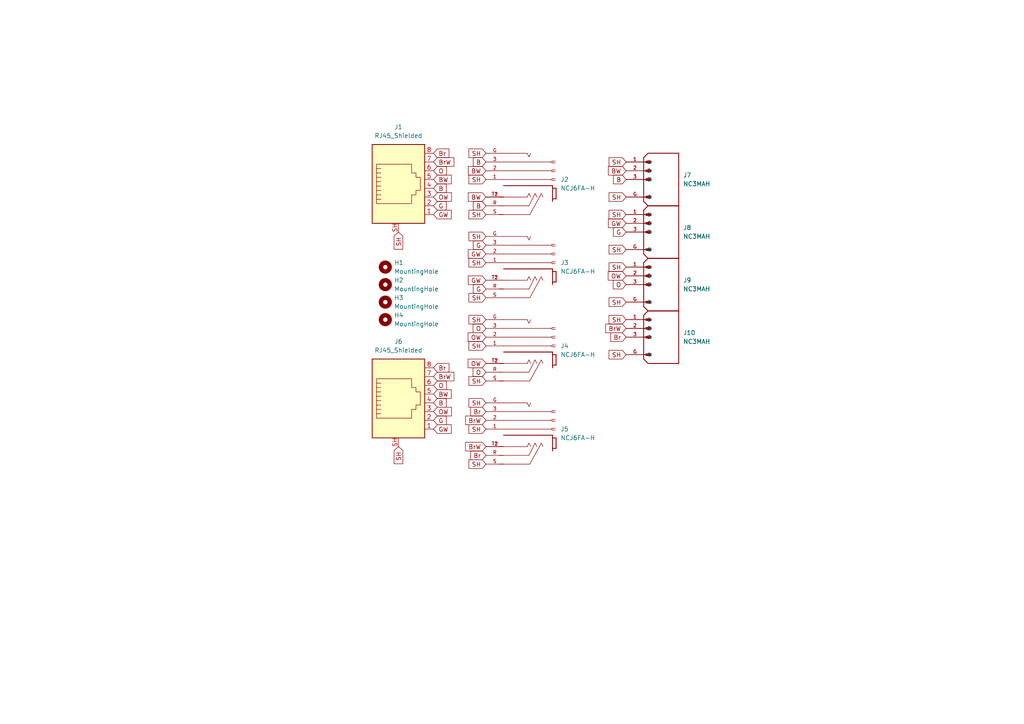
<source format=kicad_sch>
(kicad_sch
	(version 20231120)
	(generator "eeschema")
	(generator_version "8.0")
	(uuid "33b027ff-5eb3-43e0-a5d6-ba1b76923076")
	(paper "A4")
	(lib_symbols
		(symbol "Connector:RJ45_Shielded"
			(pin_names
				(offset 1.016)
			)
			(exclude_from_sim no)
			(in_bom yes)
			(on_board yes)
			(property "Reference" "J"
				(at -5.08 13.97 0)
				(effects
					(font
						(size 1.27 1.27)
					)
					(justify right)
				)
			)
			(property "Value" "RJ45_Shielded"
				(at 2.54 13.97 0)
				(effects
					(font
						(size 1.27 1.27)
					)
					(justify left)
				)
			)
			(property "Footprint" ""
				(at 0 0.635 90)
				(effects
					(font
						(size 1.27 1.27)
					)
					(hide yes)
				)
			)
			(property "Datasheet" "~"
				(at 0 0.635 90)
				(effects
					(font
						(size 1.27 1.27)
					)
					(hide yes)
				)
			)
			(property "Description" "RJ connector, 8P8C (8 positions 8 connected), Shielded"
				(at 0 0 0)
				(effects
					(font
						(size 1.27 1.27)
					)
					(hide yes)
				)
			)
			(property "ki_keywords" "8P8C RJ jack socket connector"
				(at 0 0 0)
				(effects
					(font
						(size 1.27 1.27)
					)
					(hide yes)
				)
			)
			(property "ki_fp_filters" "8P8C* RJ31* RJ32* RJ33* RJ34* RJ35* RJ41* RJ45* RJ49* RJ61*"
				(at 0 0 0)
				(effects
					(font
						(size 1.27 1.27)
					)
					(hide yes)
				)
			)
			(symbol "RJ45_Shielded_0_1"
				(polyline
					(pts
						(xy -5.08 4.445) (xy -6.35 4.445)
					)
					(stroke
						(width 0)
						(type default)
					)
					(fill
						(type none)
					)
				)
				(polyline
					(pts
						(xy -5.08 5.715) (xy -6.35 5.715)
					)
					(stroke
						(width 0)
						(type default)
					)
					(fill
						(type none)
					)
				)
				(polyline
					(pts
						(xy -6.35 -3.175) (xy -5.08 -3.175) (xy -5.08 -3.175)
					)
					(stroke
						(width 0)
						(type default)
					)
					(fill
						(type none)
					)
				)
				(polyline
					(pts
						(xy -6.35 -1.905) (xy -5.08 -1.905) (xy -5.08 -1.905)
					)
					(stroke
						(width 0)
						(type default)
					)
					(fill
						(type none)
					)
				)
				(polyline
					(pts
						(xy -6.35 -0.635) (xy -5.08 -0.635) (xy -5.08 -0.635)
					)
					(stroke
						(width 0)
						(type default)
					)
					(fill
						(type none)
					)
				)
				(polyline
					(pts
						(xy -6.35 0.635) (xy -5.08 0.635) (xy -5.08 0.635)
					)
					(stroke
						(width 0)
						(type default)
					)
					(fill
						(type none)
					)
				)
				(polyline
					(pts
						(xy -6.35 1.905) (xy -5.08 1.905) (xy -5.08 1.905)
					)
					(stroke
						(width 0)
						(type default)
					)
					(fill
						(type none)
					)
				)
				(polyline
					(pts
						(xy -5.08 3.175) (xy -6.35 3.175) (xy -6.35 3.175)
					)
					(stroke
						(width 0)
						(type default)
					)
					(fill
						(type none)
					)
				)
				(polyline
					(pts
						(xy -6.35 -4.445) (xy -6.35 6.985) (xy 3.81 6.985) (xy 3.81 4.445) (xy 5.08 4.445) (xy 5.08 3.175)
						(xy 6.35 3.175) (xy 6.35 -0.635) (xy 5.08 -0.635) (xy 5.08 -1.905) (xy 3.81 -1.905) (xy 3.81 -4.445)
						(xy -6.35 -4.445) (xy -6.35 -4.445)
					)
					(stroke
						(width 0)
						(type default)
					)
					(fill
						(type none)
					)
				)
				(rectangle
					(start 7.62 12.7)
					(end -7.62 -10.16)
					(stroke
						(width 0.254)
						(type default)
					)
					(fill
						(type background)
					)
				)
			)
			(symbol "RJ45_Shielded_1_1"
				(pin passive line
					(at 10.16 -7.62 180)
					(length 2.54)
					(name "~"
						(effects
							(font
								(size 1.27 1.27)
							)
						)
					)
					(number "1"
						(effects
							(font
								(size 1.27 1.27)
							)
						)
					)
				)
				(pin passive line
					(at 10.16 -5.08 180)
					(length 2.54)
					(name "~"
						(effects
							(font
								(size 1.27 1.27)
							)
						)
					)
					(number "2"
						(effects
							(font
								(size 1.27 1.27)
							)
						)
					)
				)
				(pin passive line
					(at 10.16 -2.54 180)
					(length 2.54)
					(name "~"
						(effects
							(font
								(size 1.27 1.27)
							)
						)
					)
					(number "3"
						(effects
							(font
								(size 1.27 1.27)
							)
						)
					)
				)
				(pin passive line
					(at 10.16 0 180)
					(length 2.54)
					(name "~"
						(effects
							(font
								(size 1.27 1.27)
							)
						)
					)
					(number "4"
						(effects
							(font
								(size 1.27 1.27)
							)
						)
					)
				)
				(pin passive line
					(at 10.16 2.54 180)
					(length 2.54)
					(name "~"
						(effects
							(font
								(size 1.27 1.27)
							)
						)
					)
					(number "5"
						(effects
							(font
								(size 1.27 1.27)
							)
						)
					)
				)
				(pin passive line
					(at 10.16 5.08 180)
					(length 2.54)
					(name "~"
						(effects
							(font
								(size 1.27 1.27)
							)
						)
					)
					(number "6"
						(effects
							(font
								(size 1.27 1.27)
							)
						)
					)
				)
				(pin passive line
					(at 10.16 7.62 180)
					(length 2.54)
					(name "~"
						(effects
							(font
								(size 1.27 1.27)
							)
						)
					)
					(number "7"
						(effects
							(font
								(size 1.27 1.27)
							)
						)
					)
				)
				(pin passive line
					(at 10.16 10.16 180)
					(length 2.54)
					(name "~"
						(effects
							(font
								(size 1.27 1.27)
							)
						)
					)
					(number "8"
						(effects
							(font
								(size 1.27 1.27)
							)
						)
					)
				)
				(pin passive line
					(at 0 -12.7 90)
					(length 2.54)
					(name "~"
						(effects
							(font
								(size 1.27 1.27)
							)
						)
					)
					(number "SH"
						(effects
							(font
								(size 1.27 1.27)
							)
						)
					)
				)
			)
		)
		(symbol "Mechanical:MountingHole"
			(pin_names
				(offset 1.016)
			)
			(exclude_from_sim yes)
			(in_bom no)
			(on_board yes)
			(property "Reference" "H"
				(at 0 5.08 0)
				(effects
					(font
						(size 1.27 1.27)
					)
				)
			)
			(property "Value" "MountingHole"
				(at 0 3.175 0)
				(effects
					(font
						(size 1.27 1.27)
					)
				)
			)
			(property "Footprint" ""
				(at 0 0 0)
				(effects
					(font
						(size 1.27 1.27)
					)
					(hide yes)
				)
			)
			(property "Datasheet" "~"
				(at 0 0 0)
				(effects
					(font
						(size 1.27 1.27)
					)
					(hide yes)
				)
			)
			(property "Description" "Mounting Hole without connection"
				(at 0 0 0)
				(effects
					(font
						(size 1.27 1.27)
					)
					(hide yes)
				)
			)
			(property "ki_keywords" "mounting hole"
				(at 0 0 0)
				(effects
					(font
						(size 1.27 1.27)
					)
					(hide yes)
				)
			)
			(property "ki_fp_filters" "MountingHole*"
				(at 0 0 0)
				(effects
					(font
						(size 1.27 1.27)
					)
					(hide yes)
				)
			)
			(symbol "MountingHole_0_1"
				(circle
					(center 0 0)
					(radius 1.27)
					(stroke
						(width 1.27)
						(type default)
					)
					(fill
						(type none)
					)
				)
			)
		)
		(symbol "NC3MAH:NC3MAH"
			(pin_names
				(offset 1.016)
			)
			(exclude_from_sim no)
			(in_bom yes)
			(on_board yes)
			(property "Reference" "J"
				(at 0 8.89 0)
				(effects
					(font
						(size 1.27 1.27)
					)
					(justify left bottom)
				)
			)
			(property "Value" "NC3MAH"
				(at 0 -10.16 0)
				(effects
					(font
						(size 1.27 1.27)
					)
					(justify left bottom)
				)
			)
			(property "Footprint" "NC3MAH:NEUTRIK_NC3MAH"
				(at 0 0 0)
				(effects
					(font
						(size 1.27 1.27)
					)
					(justify bottom)
					(hide yes)
				)
			)
			(property "Datasheet" ""
				(at 0 0 0)
				(effects
					(font
						(size 1.27 1.27)
					)
					(hide yes)
				)
			)
			(property "Description" ""
				(at 0 0 0)
				(effects
					(font
						(size 1.27 1.27)
					)
					(hide yes)
				)
			)
			(property "MF" "Neutrik"
				(at 0 0 0)
				(effects
					(font
						(size 1.27 1.27)
					)
					(justify bottom)
					(hide yes)
				)
			)
			(property "MAXIMUM_PACKAGE_HEIGHT" "25.3mm"
				(at 0 0 0)
				(effects
					(font
						(size 1.27 1.27)
					)
					(justify bottom)
					(hide yes)
				)
			)
			(property "Package" "None"
				(at 0 0 0)
				(effects
					(font
						(size 1.27 1.27)
					)
					(justify bottom)
					(hide yes)
				)
			)
			(property "Price" "None"
				(at 0 0 0)
				(effects
					(font
						(size 1.27 1.27)
					)
					(justify bottom)
					(hide yes)
				)
			)
			(property "Check_prices" "https://www.snapeda.com/parts/NC3MAH/Neutrik/view-part/?ref=eda"
				(at 0 0 0)
				(effects
					(font
						(size 1.27 1.27)
					)
					(justify bottom)
					(hide yes)
				)
			)
			(property "STANDARD" "Manufacturer Recommendations"
				(at 0 0 0)
				(effects
					(font
						(size 1.27 1.27)
					)
					(justify bottom)
					(hide yes)
				)
			)
			(property "PARTREV" "30.03.09"
				(at 0 0 0)
				(effects
					(font
						(size 1.27 1.27)
					)
					(justify bottom)
					(hide yes)
				)
			)
			(property "SnapEDA_Link" "https://www.snapeda.com/parts/NC3MAH/Neutrik/view-part/?ref=snap"
				(at 0 0 0)
				(effects
					(font
						(size 1.27 1.27)
					)
					(justify bottom)
					(hide yes)
				)
			)
			(property "MP" "NC3MAH"
				(at 0 0 0)
				(effects
					(font
						(size 1.27 1.27)
					)
					(justify bottom)
					(hide yes)
				)
			)
			(property "Description_1" "\n                        \n                            3 pole male XLR receptacle, grounding: separate ground contact to mating connector shell and front panel, horizontal PCB mount\n                        \n"
				(at 0 0 0)
				(effects
					(font
						(size 1.27 1.27)
					)
					(justify bottom)
					(hide yes)
				)
			)
			(property "MANUFACTURER" "NEUTRIK"
				(at 0 0 0)
				(effects
					(font
						(size 1.27 1.27)
					)
					(justify bottom)
					(hide yes)
				)
			)
			(property "Availability" "In Stock"
				(at 0 0 0)
				(effects
					(font
						(size 1.27 1.27)
					)
					(justify bottom)
					(hide yes)
				)
			)
			(property "SNAPEDA_PN" "NC3MAH"
				(at 0 0 0)
				(effects
					(font
						(size 1.27 1.27)
					)
					(justify bottom)
					(hide yes)
				)
			)
			(symbol "NC3MAH_0_0"
				(polyline
					(pts
						(xy 0 -6.35) (xy 1.27 -7.62)
					)
					(stroke
						(width 0.254)
						(type default)
					)
					(fill
						(type none)
					)
				)
				(polyline
					(pts
						(xy 0 -5.08) (xy 1.905 -5.08)
					)
					(stroke
						(width 0.254)
						(type default)
					)
					(fill
						(type none)
					)
				)
				(polyline
					(pts
						(xy 0 0) (xy 1.905 0)
					)
					(stroke
						(width 0.254)
						(type default)
					)
					(fill
						(type none)
					)
				)
				(polyline
					(pts
						(xy 0 2.54) (xy 1.905 2.54)
					)
					(stroke
						(width 0.254)
						(type default)
					)
					(fill
						(type none)
					)
				)
				(polyline
					(pts
						(xy 0 5.08) (xy 0 -6.35)
					)
					(stroke
						(width 0.254)
						(type default)
					)
					(fill
						(type none)
					)
				)
				(polyline
					(pts
						(xy 0 5.08) (xy 1.905 5.08)
					)
					(stroke
						(width 0.254)
						(type default)
					)
					(fill
						(type none)
					)
				)
				(polyline
					(pts
						(xy 0 6.35) (xy 0 5.08)
					)
					(stroke
						(width 0.254)
						(type default)
					)
					(fill
						(type none)
					)
				)
				(polyline
					(pts
						(xy 0 6.35) (xy 1.27 7.62)
					)
					(stroke
						(width 0.254)
						(type default)
					)
					(fill
						(type none)
					)
				)
				(polyline
					(pts
						(xy 1.27 -7.62) (xy 10.16 -7.62)
					)
					(stroke
						(width 0.254)
						(type default)
					)
					(fill
						(type none)
					)
				)
				(polyline
					(pts
						(xy 10.16 -7.62) (xy 10.16 7.62)
					)
					(stroke
						(width 0.254)
						(type default)
					)
					(fill
						(type none)
					)
				)
				(polyline
					(pts
						(xy 10.16 7.62) (xy 1.27 7.62)
					)
					(stroke
						(width 0.254)
						(type default)
					)
					(fill
						(type none)
					)
				)
				(rectangle
					(start 0.635 -5.3975)
					(end 2.2225 -4.7625)
					(stroke
						(width 0.1)
						(type default)
					)
					(fill
						(type outline)
					)
				)
				(rectangle
					(start 0.635 -0.3175)
					(end 2.2225 0.3175)
					(stroke
						(width 0.1)
						(type default)
					)
					(fill
						(type outline)
					)
				)
				(rectangle
					(start 0.635 2.2225)
					(end 2.2225 2.8575)
					(stroke
						(width 0.1)
						(type default)
					)
					(fill
						(type outline)
					)
				)
				(rectangle
					(start 0.635 4.7625)
					(end 2.2225 5.3975)
					(stroke
						(width 0.1)
						(type default)
					)
					(fill
						(type outline)
					)
				)
				(pin passive line
					(at -5.08 5.08 0)
					(length 5.08)
					(name "1"
						(effects
							(font
								(size 1.016 1.016)
							)
						)
					)
					(number "1"
						(effects
							(font
								(size 1.016 1.016)
							)
						)
					)
				)
				(pin passive line
					(at -5.08 2.54 0)
					(length 5.08)
					(name "2"
						(effects
							(font
								(size 1.016 1.016)
							)
						)
					)
					(number "2"
						(effects
							(font
								(size 1.016 1.016)
							)
						)
					)
				)
				(pin passive line
					(at -5.08 0 0)
					(length 5.08)
					(name "3"
						(effects
							(font
								(size 1.016 1.016)
							)
						)
					)
					(number "3"
						(effects
							(font
								(size 1.016 1.016)
							)
						)
					)
				)
				(pin power_in line
					(at -5.08 -5.08 0)
					(length 5.08)
					(name "G"
						(effects
							(font
								(size 1.016 1.016)
							)
						)
					)
					(number "G"
						(effects
							(font
								(size 1.016 1.016)
							)
						)
					)
				)
			)
		)
		(symbol "NCJ6FA-H:NCJ6FA-H"
			(pin_names
				(offset 1.016)
			)
			(exclude_from_sim no)
			(in_bom yes)
			(on_board yes)
			(property "Reference" "J"
				(at -7.62 8.382 0)
				(effects
					(font
						(size 1.27 1.27)
					)
					(justify left bottom)
				)
			)
			(property "Value" "NCJ6FA-H"
				(at -7.62 -12.7 0)
				(effects
					(font
						(size 1.27 1.27)
					)
					(justify left bottom)
				)
			)
			(property "Footprint" "NCJ6FA-H:NEUTRIK_NCJ6FA-H"
				(at 0 0 0)
				(effects
					(font
						(size 1.27 1.27)
					)
					(justify bottom)
					(hide yes)
				)
			)
			(property "Datasheet" ""
				(at 0 0 0)
				(effects
					(font
						(size 1.27 1.27)
					)
					(hide yes)
				)
			)
			(property "Description" ""
				(at 0 0 0)
				(effects
					(font
						(size 1.27 1.27)
					)
					(hide yes)
				)
			)
			(property "MF" "Neutrik"
				(at 0 0 0)
				(effects
					(font
						(size 1.27 1.27)
					)
					(justify bottom)
					(hide yes)
				)
			)
			(property "MAXIMUM_PACKAGE_HEIGHT" "25.00mm"
				(at 0 0 0)
				(effects
					(font
						(size 1.27 1.27)
					)
					(justify bottom)
					(hide yes)
				)
			)
			(property "Package" "None"
				(at 0 0 0)
				(effects
					(font
						(size 1.27 1.27)
					)
					(justify bottom)
					(hide yes)
				)
			)
			(property "Price" "None"
				(at 0 0 0)
				(effects
					(font
						(size 1.27 1.27)
					)
					(justify bottom)
					(hide yes)
				)
			)
			(property "Check_prices" "https://www.snapeda.com/parts/NCJ6FA-H/Neutrik/view-part/?ref=eda"
				(at 0 0 0)
				(effects
					(font
						(size 1.27 1.27)
					)
					(justify bottom)
					(hide yes)
				)
			)
			(property "STANDARD" "Manufacturer Recommendations"
				(at 0 0 0)
				(effects
					(font
						(size 1.27 1.27)
					)
					(justify bottom)
					(hide yes)
				)
			)
			(property "PARTREV" "09.08.2023"
				(at 0 0 0)
				(effects
					(font
						(size 1.27 1.27)
					)
					(justify bottom)
					(hide yes)
				)
			)
			(property "SnapEDA_Link" "https://www.snapeda.com/parts/NCJ6FA-H/Neutrik/view-part/?ref=snap"
				(at 0 0 0)
				(effects
					(font
						(size 1.27 1.27)
					)
					(justify bottom)
					(hide yes)
				)
			)
			(property "MP" "NCJ6FA-H"
				(at 0 0 0)
				(effects
					(font
						(size 1.27 1.27)
					)
					(justify bottom)
					(hide yes)
				)
			)
			(property "Description_1" "\n                        \n                            3 pole XLR female receptacle with 1/4 stereo jack, horizontal PCB mount\n                        \n"
				(at 0 0 0)
				(effects
					(font
						(size 1.27 1.27)
					)
					(justify bottom)
					(hide yes)
				)
			)
			(property "Availability" "In Stock"
				(at 0 0 0)
				(effects
					(font
						(size 1.27 1.27)
					)
					(justify bottom)
					(hide yes)
				)
			)
			(property "MANUFACTURER" "Neutrik"
				(at 0 0 0)
				(effects
					(font
						(size 1.27 1.27)
					)
					(justify bottom)
					(hide yes)
				)
			)
			(symbol "NCJ6FA-H_0_0"
				(arc
					(start -6.604 -7.874)
					(mid -6.4244 -7.7996)
					(end -6.35 -7.62)
					(stroke
						(width 0.1524)
						(type default)
					)
					(fill
						(type none)
					)
				)
				(arc
					(start -6.604 -5.334)
					(mid -6.4244 -5.2596)
					(end -6.35 -5.08)
					(stroke
						(width 0.1524)
						(type default)
					)
					(fill
						(type none)
					)
				)
				(arc
					(start -6.604 -2.794)
					(mid -6.4244 -2.7196)
					(end -6.35 -2.54)
					(stroke
						(width 0.1524)
						(type default)
					)
					(fill
						(type none)
					)
				)
				(arc
					(start -6.35 -7.62)
					(mid -6.4244 -7.4404)
					(end -6.604 -7.366)
					(stroke
						(width 0.1524)
						(type default)
					)
					(fill
						(type none)
					)
				)
				(arc
					(start -6.35 -5.08)
					(mid -6.4244 -4.9004)
					(end -6.604 -4.826)
					(stroke
						(width 0.1524)
						(type default)
					)
					(fill
						(type none)
					)
				)
				(arc
					(start -6.35 -2.54)
					(mid -6.4244 -2.3604)
					(end -6.604 -2.286)
					(stroke
						(width 0.1524)
						(type default)
					)
					(fill
						(type none)
					)
				)
				(polyline
					(pts
						(xy -7.62 0) (xy -6.604 0)
					)
					(stroke
						(width 0.254)
						(type default)
					)
					(fill
						(type none)
					)
				)
				(polyline
					(pts
						(xy -7.62 3.048) (xy -7.62 0)
					)
					(stroke
						(width 0.254)
						(type default)
					)
					(fill
						(type none)
					)
				)
				(polyline
					(pts
						(xy -6.604 -7.874) (xy -7.366 -7.874)
					)
					(stroke
						(width 0.1524)
						(type default)
					)
					(fill
						(type none)
					)
				)
				(polyline
					(pts
						(xy -6.604 -7.366) (xy -7.366 -7.366)
					)
					(stroke
						(width 0.1524)
						(type default)
					)
					(fill
						(type none)
					)
				)
				(polyline
					(pts
						(xy -6.604 -5.334) (xy -7.366 -5.334)
					)
					(stroke
						(width 0.1524)
						(type default)
					)
					(fill
						(type none)
					)
				)
				(polyline
					(pts
						(xy -6.604 -4.826) (xy -7.366 -4.826)
					)
					(stroke
						(width 0.1524)
						(type default)
					)
					(fill
						(type none)
					)
				)
				(polyline
					(pts
						(xy -6.604 -2.794) (xy -7.366 -2.794)
					)
					(stroke
						(width 0.1524)
						(type default)
					)
					(fill
						(type none)
					)
				)
				(polyline
					(pts
						(xy -6.604 -2.286) (xy -7.366 -2.286)
					)
					(stroke
						(width 0.1524)
						(type default)
					)
					(fill
						(type none)
					)
				)
				(polyline
					(pts
						(xy -6.604 -0.762) (xy -6.604 0)
					)
					(stroke
						(width 0.254)
						(type default)
					)
					(fill
						(type none)
					)
				)
				(polyline
					(pts
						(xy -6.604 0) (xy -6.604 3.048)
					)
					(stroke
						(width 0.254)
						(type default)
					)
					(fill
						(type none)
					)
				)
				(polyline
					(pts
						(xy -6.604 3.048) (xy -7.62 3.048)
					)
					(stroke
						(width 0.254)
						(type default)
					)
					(fill
						(type none)
					)
				)
				(polyline
					(pts
						(xy -6.604 3.81) (xy -6.604 3.048)
					)
					(stroke
						(width 0.254)
						(type default)
					)
					(fill
						(type none)
					)
				)
				(polyline
					(pts
						(xy -6.35 -7.62) (xy 7.62 -7.62)
					)
					(stroke
						(width 0.1524)
						(type default)
					)
					(fill
						(type none)
					)
				)
				(polyline
					(pts
						(xy -6.35 -5.08) (xy 7.62 -5.08)
					)
					(stroke
						(width 0.1524)
						(type default)
					)
					(fill
						(type none)
					)
				)
				(polyline
					(pts
						(xy -6.35 -2.54) (xy 7.62 -2.54)
					)
					(stroke
						(width 0.1524)
						(type default)
					)
					(fill
						(type none)
					)
				)
				(polyline
					(pts
						(xy -3.302 1.524) (xy -3.81 2.54)
					)
					(stroke
						(width 0.1524)
						(type default)
					)
					(fill
						(type none)
					)
				)
				(polyline
					(pts
						(xy -2.794 2.54) (xy -3.302 1.524)
					)
					(stroke
						(width 0.1524)
						(type default)
					)
					(fill
						(type none)
					)
				)
				(polyline
					(pts
						(xy -2.794 2.54) (xy 0 7.62)
					)
					(stroke
						(width 0.1524)
						(type default)
					)
					(fill
						(type none)
					)
				)
				(polyline
					(pts
						(xy -1.524 1.524) (xy -2.032 2.54)
					)
					(stroke
						(width 0.1524)
						(type default)
					)
					(fill
						(type none)
					)
				)
				(polyline
					(pts
						(xy -1.524 1.524) (xy 0.254 5.08)
					)
					(stroke
						(width 0.1524)
						(type default)
					)
					(fill
						(type none)
					)
				)
				(polyline
					(pts
						(xy -0.254 -10.16) (xy 0.254 -9.144)
					)
					(stroke
						(width 0.1524)
						(type default)
					)
					(fill
						(type none)
					)
				)
				(polyline
					(pts
						(xy 0.254 -9.144) (xy 0.762 -10.16)
					)
					(stroke
						(width 0.1524)
						(type default)
					)
					(fill
						(type none)
					)
				)
				(polyline
					(pts
						(xy 0.254 1.524) (xy -0.254 2.54)
					)
					(stroke
						(width 0.1524)
						(type default)
					)
					(fill
						(type none)
					)
				)
				(polyline
					(pts
						(xy 0.762 2.54) (xy 0.254 1.524)
					)
					(stroke
						(width 0.1524)
						(type default)
					)
					(fill
						(type none)
					)
				)
				(polyline
					(pts
						(xy 7.62 -10.16) (xy 0.762 -10.16)
					)
					(stroke
						(width 0.1524)
						(type default)
					)
					(fill
						(type none)
					)
				)
				(polyline
					(pts
						(xy 7.62 -0.762) (xy -6.604 -0.762)
					)
					(stroke
						(width 0.254)
						(type default)
					)
					(fill
						(type none)
					)
				)
				(polyline
					(pts
						(xy 8.89 2.54) (xy 0.762 2.54)
					)
					(stroke
						(width 0.1524)
						(type default)
					)
					(fill
						(type none)
					)
				)
				(polyline
					(pts
						(xy 8.89 5.08) (xy 0.254 5.08)
					)
					(stroke
						(width 0.1524)
						(type default)
					)
					(fill
						(type none)
					)
				)
				(polyline
					(pts
						(xy 8.89 7.62) (xy 0 7.62)
					)
					(stroke
						(width 0.1524)
						(type default)
					)
					(fill
						(type none)
					)
				)
				(pin passive line
					(at 12.7 -2.54 180)
					(length 5.08)
					(name "~"
						(effects
							(font
								(size 1.016 1.016)
							)
						)
					)
					(number "1"
						(effects
							(font
								(size 1.016 1.016)
							)
						)
					)
				)
				(pin passive line
					(at 12.7 -5.08 180)
					(length 5.08)
					(name "~"
						(effects
							(font
								(size 1.016 1.016)
							)
						)
					)
					(number "2"
						(effects
							(font
								(size 1.016 1.016)
							)
						)
					)
				)
				(pin passive line
					(at 12.7 -7.62 180)
					(length 5.08)
					(name "~"
						(effects
							(font
								(size 1.016 1.016)
							)
						)
					)
					(number "3"
						(effects
							(font
								(size 1.016 1.016)
							)
						)
					)
				)
				(pin power_in line
					(at 12.7 -10.16 180)
					(length 5.08)
					(name "~"
						(effects
							(font
								(size 1.016 1.016)
							)
						)
					)
					(number "G"
						(effects
							(font
								(size 1.016 1.016)
							)
						)
					)
				)
				(pin passive line
					(at 12.7 5.08 180)
					(length 5.08)
					(name "~"
						(effects
							(font
								(size 1.016 1.016)
							)
						)
					)
					(number "R"
						(effects
							(font
								(size 1.016 1.016)
							)
						)
					)
				)
				(pin passive line
					(at 12.7 7.62 180)
					(length 5.08)
					(name "~"
						(effects
							(font
								(size 1.016 1.016)
							)
						)
					)
					(number "S"
						(effects
							(font
								(size 1.016 1.016)
							)
						)
					)
				)
				(pin passive line
					(at 12.7 2.54 180)
					(length 5.08)
					(name "~"
						(effects
							(font
								(size 1.016 1.016)
							)
						)
					)
					(number "T1"
						(effects
							(font
								(size 1.016 1.016)
							)
						)
					)
				)
				(pin passive line
					(at 12.7 2.54 180)
					(length 5.08)
					(name "~"
						(effects
							(font
								(size 1.016 1.016)
							)
						)
					)
					(number "T2"
						(effects
							(font
								(size 1.016 1.016)
							)
						)
					)
				)
			)
		)
	)
	(global_label "BrW"
		(shape input)
		(at 125.73 46.99 0)
		(fields_autoplaced yes)
		(effects
			(font
				(size 1.27 1.27)
			)
			(justify left)
		)
		(uuid "010708f6-97ae-45cd-98fa-1b8047571246")
		(property "Intersheetrefs" "${INTERSHEET_REFS}"
			(at 132.2228 46.99 0)
			(effects
				(font
					(size 1.27 1.27)
				)
				(justify left)
				(hide yes)
			)
		)
	)
	(global_label "Br"
		(shape input)
		(at 140.97 132.08 180)
		(fields_autoplaced yes)
		(effects
			(font
				(size 1.27 1.27)
			)
			(justify right)
		)
		(uuid "065245d4-7c63-4d41-8b9a-0643400eacb6")
		(property "Intersheetrefs" "${INTERSHEET_REFS}"
			(at 135.9286 132.08 0)
			(effects
				(font
					(size 1.27 1.27)
				)
				(justify right)
				(hide yes)
			)
		)
	)
	(global_label "GW"
		(shape input)
		(at 125.73 124.46 0)
		(fields_autoplaced yes)
		(effects
			(font
				(size 1.27 1.27)
			)
			(justify left)
		)
		(uuid "0667d189-949c-4be7-a084-235021cefde0")
		(property "Intersheetrefs" "${INTERSHEET_REFS}"
			(at 131.4366 124.46 0)
			(effects
				(font
					(size 1.27 1.27)
				)
				(justify left)
				(hide yes)
			)
		)
	)
	(global_label "BW"
		(shape input)
		(at 181.61 49.53 180)
		(fields_autoplaced yes)
		(effects
			(font
				(size 1.27 1.27)
			)
			(justify right)
		)
		(uuid "08247356-2771-424e-980f-8fcbadfb40b9")
		(property "Intersheetrefs" "${INTERSHEET_REFS}"
			(at 175.9034 49.53 0)
			(effects
				(font
					(size 1.27 1.27)
				)
				(justify right)
				(hide yes)
			)
		)
	)
	(global_label "GW"
		(shape input)
		(at 140.97 73.66 180)
		(fields_autoplaced yes)
		(effects
			(font
				(size 1.27 1.27)
			)
			(justify right)
		)
		(uuid "09df6eb4-a408-47bc-9623-78e71c3274a8")
		(property "Intersheetrefs" "${INTERSHEET_REFS}"
			(at 135.2634 73.66 0)
			(effects
				(font
					(size 1.27 1.27)
				)
				(justify right)
				(hide yes)
			)
		)
	)
	(global_label "O"
		(shape input)
		(at 125.73 111.76 0)
		(fields_autoplaced yes)
		(effects
			(font
				(size 1.27 1.27)
			)
			(justify left)
		)
		(uuid "0ae12e82-d73e-4e6a-a96d-75a5c0d5afdd")
		(property "Intersheetrefs" "${INTERSHEET_REFS}"
			(at 130.0457 111.76 0)
			(effects
				(font
					(size 1.27 1.27)
				)
				(justify left)
				(hide yes)
			)
		)
	)
	(global_label "SH"
		(shape input)
		(at 181.61 77.47 180)
		(fields_autoplaced yes)
		(effects
			(font
				(size 1.27 1.27)
			)
			(justify right)
		)
		(uuid "0f0f17c3-a824-4eda-8805-85c76c0ffef6")
		(property "Intersheetrefs" "${INTERSHEET_REFS}"
			(at 176.0848 77.47 0)
			(effects
				(font
					(size 1.27 1.27)
				)
				(justify right)
				(hide yes)
			)
		)
	)
	(global_label "OW"
		(shape input)
		(at 140.97 97.79 180)
		(fields_autoplaced yes)
		(effects
			(font
				(size 1.27 1.27)
			)
			(justify right)
		)
		(uuid "0f635932-0b65-4e14-8da7-c81f3f06250a")
		(property "Intersheetrefs" "${INTERSHEET_REFS}"
			(at 135.2029 97.79 0)
			(effects
				(font
					(size 1.27 1.27)
				)
				(justify right)
				(hide yes)
			)
		)
	)
	(global_label "SH"
		(shape input)
		(at 140.97 110.49 180)
		(fields_autoplaced yes)
		(effects
			(font
				(size 1.27 1.27)
			)
			(justify right)
		)
		(uuid "10d2801e-d674-4bbf-89cf-936f19539de2")
		(property "Intersheetrefs" "${INTERSHEET_REFS}"
			(at 135.4448 110.49 0)
			(effects
				(font
					(size 1.27 1.27)
				)
				(justify right)
				(hide yes)
			)
		)
	)
	(global_label "Br"
		(shape input)
		(at 181.61 97.79 180)
		(fields_autoplaced yes)
		(effects
			(font
				(size 1.27 1.27)
			)
			(justify right)
		)
		(uuid "12e1a71a-e06b-4879-be22-3c07c3494150")
		(property "Intersheetrefs" "${INTERSHEET_REFS}"
			(at 176.5686 97.79 0)
			(effects
				(font
					(size 1.27 1.27)
				)
				(justify right)
				(hide yes)
			)
		)
	)
	(global_label "G"
		(shape input)
		(at 125.73 59.69 0)
		(fields_autoplaced yes)
		(effects
			(font
				(size 1.27 1.27)
			)
			(justify left)
		)
		(uuid "1426662e-e9df-4ebf-ba73-a275d0ebb493")
		(property "Intersheetrefs" "${INTERSHEET_REFS}"
			(at 129.9852 59.69 0)
			(effects
				(font
					(size 1.27 1.27)
				)
				(justify left)
				(hide yes)
			)
		)
	)
	(global_label "SH"
		(shape input)
		(at 140.97 92.71 180)
		(fields_autoplaced yes)
		(effects
			(font
				(size 1.27 1.27)
			)
			(justify right)
		)
		(uuid "153c3a4a-98ef-4918-a2f2-977d07e53ef2")
		(property "Intersheetrefs" "${INTERSHEET_REFS}"
			(at 135.4448 92.71 0)
			(effects
				(font
					(size 1.27 1.27)
				)
				(justify right)
				(hide yes)
			)
		)
	)
	(global_label "SH"
		(shape input)
		(at 140.97 86.36 180)
		(fields_autoplaced yes)
		(effects
			(font
				(size 1.27 1.27)
			)
			(justify right)
		)
		(uuid "1b744500-722c-44ea-b043-a75f1fee6e25")
		(property "Intersheetrefs" "${INTERSHEET_REFS}"
			(at 135.4448 86.36 0)
			(effects
				(font
					(size 1.27 1.27)
				)
				(justify right)
				(hide yes)
			)
		)
	)
	(global_label "BW"
		(shape input)
		(at 140.97 49.53 180)
		(fields_autoplaced yes)
		(effects
			(font
				(size 1.27 1.27)
			)
			(justify right)
		)
		(uuid "1bb3596a-262f-4b0b-ae6c-97cbd4239f0a")
		(property "Intersheetrefs" "${INTERSHEET_REFS}"
			(at 135.2634 49.53 0)
			(effects
				(font
					(size 1.27 1.27)
				)
				(justify right)
				(hide yes)
			)
		)
	)
	(global_label "SH"
		(shape input)
		(at 181.61 57.15 180)
		(fields_autoplaced yes)
		(effects
			(font
				(size 1.27 1.27)
			)
			(justify right)
		)
		(uuid "220f04c6-f1bb-4675-b01f-11c103c4ddcf")
		(property "Intersheetrefs" "${INTERSHEET_REFS}"
			(at 176.0848 57.15 0)
			(effects
				(font
					(size 1.27 1.27)
				)
				(justify right)
				(hide yes)
			)
		)
	)
	(global_label "OW"
		(shape input)
		(at 140.97 105.41 180)
		(fields_autoplaced yes)
		(effects
			(font
				(size 1.27 1.27)
			)
			(justify right)
		)
		(uuid "238c2e76-1f2a-49fe-a12f-ecbd17ac1a24")
		(property "Intersheetrefs" "${INTERSHEET_REFS}"
			(at 135.2029 105.41 0)
			(effects
				(font
					(size 1.27 1.27)
				)
				(justify right)
				(hide yes)
			)
		)
	)
	(global_label "G"
		(shape input)
		(at 125.73 121.92 0)
		(fields_autoplaced yes)
		(effects
			(font
				(size 1.27 1.27)
			)
			(justify left)
		)
		(uuid "23970337-a696-4bde-8a3f-a663f0ad00ec")
		(property "Intersheetrefs" "${INTERSHEET_REFS}"
			(at 129.9852 121.92 0)
			(effects
				(font
					(size 1.27 1.27)
				)
				(justify left)
				(hide yes)
			)
		)
	)
	(global_label "SH"
		(shape input)
		(at 140.97 44.45 180)
		(fields_autoplaced yes)
		(effects
			(font
				(size 1.27 1.27)
			)
			(justify right)
		)
		(uuid "25a37e28-f284-445d-b5c8-70dd26440cde")
		(property "Intersheetrefs" "${INTERSHEET_REFS}"
			(at 135.4448 44.45 0)
			(effects
				(font
					(size 1.27 1.27)
				)
				(justify right)
				(hide yes)
			)
		)
	)
	(global_label "SH"
		(shape input)
		(at 140.97 52.07 180)
		(fields_autoplaced yes)
		(effects
			(font
				(size 1.27 1.27)
			)
			(justify right)
		)
		(uuid "2ea92484-48c9-428f-a397-e5a8b29d8072")
		(property "Intersheetrefs" "${INTERSHEET_REFS}"
			(at 135.4448 52.07 0)
			(effects
				(font
					(size 1.27 1.27)
				)
				(justify right)
				(hide yes)
			)
		)
	)
	(global_label "SH"
		(shape input)
		(at 181.61 87.63 180)
		(fields_autoplaced yes)
		(effects
			(font
				(size 1.27 1.27)
			)
			(justify right)
		)
		(uuid "2f28cafc-da91-4178-bf6b-fe6ddeb0497f")
		(property "Intersheetrefs" "${INTERSHEET_REFS}"
			(at 176.0848 87.63 0)
			(effects
				(font
					(size 1.27 1.27)
				)
				(justify right)
				(hide yes)
			)
		)
	)
	(global_label "B"
		(shape input)
		(at 125.73 54.61 0)
		(fields_autoplaced yes)
		(effects
			(font
				(size 1.27 1.27)
			)
			(justify left)
		)
		(uuid "30917fe0-675d-485c-a42e-61134032b0d7")
		(property "Intersheetrefs" "${INTERSHEET_REFS}"
			(at 129.9852 54.61 0)
			(effects
				(font
					(size 1.27 1.27)
				)
				(justify left)
				(hide yes)
			)
		)
	)
	(global_label "GW"
		(shape input)
		(at 181.61 64.77 180)
		(fields_autoplaced yes)
		(effects
			(font
				(size 1.27 1.27)
			)
			(justify right)
		)
		(uuid "34745dc4-f6a1-48b2-b7c7-3c91c3925841")
		(property "Intersheetrefs" "${INTERSHEET_REFS}"
			(at 175.9034 64.77 0)
			(effects
				(font
					(size 1.27 1.27)
				)
				(justify right)
				(hide yes)
			)
		)
	)
	(global_label "Br"
		(shape input)
		(at 125.73 106.68 0)
		(fields_autoplaced yes)
		(effects
			(font
				(size 1.27 1.27)
			)
			(justify left)
		)
		(uuid "3ce0ef06-d430-4f99-bd52-f9687a6eedaf")
		(property "Intersheetrefs" "${INTERSHEET_REFS}"
			(at 130.7714 106.68 0)
			(effects
				(font
					(size 1.27 1.27)
				)
				(justify left)
				(hide yes)
			)
		)
	)
	(global_label "SH"
		(shape input)
		(at 140.97 62.23 180)
		(fields_autoplaced yes)
		(effects
			(font
				(size 1.27 1.27)
			)
			(justify right)
		)
		(uuid "40fff30d-44c5-490b-8369-7a7a80ceb3c0")
		(property "Intersheetrefs" "${INTERSHEET_REFS}"
			(at 135.4448 62.23 0)
			(effects
				(font
					(size 1.27 1.27)
				)
				(justify right)
				(hide yes)
			)
		)
	)
	(global_label "SH"
		(shape input)
		(at 181.61 62.23 180)
		(fields_autoplaced yes)
		(effects
			(font
				(size 1.27 1.27)
			)
			(justify right)
		)
		(uuid "4275efb6-d251-4191-bbe3-0f868f568073")
		(property "Intersheetrefs" "${INTERSHEET_REFS}"
			(at 176.0848 62.23 0)
			(effects
				(font
					(size 1.27 1.27)
				)
				(justify right)
				(hide yes)
			)
		)
	)
	(global_label "G"
		(shape input)
		(at 140.97 71.12 180)
		(fields_autoplaced yes)
		(effects
			(font
				(size 1.27 1.27)
			)
			(justify right)
		)
		(uuid "43e2fee3-f247-4737-8e37-e7914c35cfb0")
		(property "Intersheetrefs" "${INTERSHEET_REFS}"
			(at 136.7148 71.12 0)
			(effects
				(font
					(size 1.27 1.27)
				)
				(justify right)
				(hide yes)
			)
		)
	)
	(global_label "G"
		(shape input)
		(at 140.97 83.82 180)
		(fields_autoplaced yes)
		(effects
			(font
				(size 1.27 1.27)
			)
			(justify right)
		)
		(uuid "4737fc97-e24b-40c2-8d72-96c1f8eb25ed")
		(property "Intersheetrefs" "${INTERSHEET_REFS}"
			(at 136.7148 83.82 0)
			(effects
				(font
					(size 1.27 1.27)
				)
				(justify right)
				(hide yes)
			)
		)
	)
	(global_label "BrW"
		(shape input)
		(at 140.97 129.54 180)
		(fields_autoplaced yes)
		(effects
			(font
				(size 1.27 1.27)
			)
			(justify right)
		)
		(uuid "5002c9a5-9197-4957-8967-0128db2280bf")
		(property "Intersheetrefs" "${INTERSHEET_REFS}"
			(at 134.4772 129.54 0)
			(effects
				(font
					(size 1.27 1.27)
				)
				(justify right)
				(hide yes)
			)
		)
	)
	(global_label "SH"
		(shape input)
		(at 140.97 134.62 180)
		(fields_autoplaced yes)
		(effects
			(font
				(size 1.27 1.27)
			)
			(justify right)
		)
		(uuid "54cdda46-eb1f-40ac-9dc9-2e2ba3c9c5f2")
		(property "Intersheetrefs" "${INTERSHEET_REFS}"
			(at 135.4448 134.62 0)
			(effects
				(font
					(size 1.27 1.27)
				)
				(justify right)
				(hide yes)
			)
		)
	)
	(global_label "OW"
		(shape input)
		(at 181.61 80.01 180)
		(fields_autoplaced yes)
		(effects
			(font
				(size 1.27 1.27)
			)
			(justify right)
		)
		(uuid "5a053ad8-d8a3-4804-8b03-f60ccf8adea4")
		(property "Intersheetrefs" "${INTERSHEET_REFS}"
			(at 175.8429 80.01 0)
			(effects
				(font
					(size 1.27 1.27)
				)
				(justify right)
				(hide yes)
			)
		)
	)
	(global_label "B"
		(shape input)
		(at 125.73 116.84 0)
		(fields_autoplaced yes)
		(effects
			(font
				(size 1.27 1.27)
			)
			(justify left)
		)
		(uuid "5a24b3ac-4b0b-40d7-bfb4-a0934d0c9a81")
		(property "Intersheetrefs" "${INTERSHEET_REFS}"
			(at 129.9852 116.84 0)
			(effects
				(font
					(size 1.27 1.27)
				)
				(justify left)
				(hide yes)
			)
		)
	)
	(global_label "O"
		(shape input)
		(at 125.73 49.53 0)
		(fields_autoplaced yes)
		(effects
			(font
				(size 1.27 1.27)
			)
			(justify left)
		)
		(uuid "5cf9bde3-497e-4275-99cd-d4cbc0e9c40c")
		(property "Intersheetrefs" "${INTERSHEET_REFS}"
			(at 130.0457 49.53 0)
			(effects
				(font
					(size 1.27 1.27)
				)
				(justify left)
				(hide yes)
			)
		)
	)
	(global_label "GW"
		(shape input)
		(at 125.73 62.23 0)
		(fields_autoplaced yes)
		(effects
			(font
				(size 1.27 1.27)
			)
			(justify left)
		)
		(uuid "5d21c809-c453-441e-9798-d170ca37b56f")
		(property "Intersheetrefs" "${INTERSHEET_REFS}"
			(at 131.4366 62.23 0)
			(effects
				(font
					(size 1.27 1.27)
				)
				(justify left)
				(hide yes)
			)
		)
	)
	(global_label "OW"
		(shape input)
		(at 125.73 119.38 0)
		(fields_autoplaced yes)
		(effects
			(font
				(size 1.27 1.27)
			)
			(justify left)
		)
		(uuid "5db3ef04-ad04-4a61-ab4a-f8f87c89773c")
		(property "Intersheetrefs" "${INTERSHEET_REFS}"
			(at 131.4971 119.38 0)
			(effects
				(font
					(size 1.27 1.27)
				)
				(justify left)
				(hide yes)
			)
		)
	)
	(global_label "GW"
		(shape input)
		(at 140.97 81.28 180)
		(fields_autoplaced yes)
		(effects
			(font
				(size 1.27 1.27)
			)
			(justify right)
		)
		(uuid "62798a28-a0a0-46d5-b70f-c4d0636c6269")
		(property "Intersheetrefs" "${INTERSHEET_REFS}"
			(at 135.2634 81.28 0)
			(effects
				(font
					(size 1.27 1.27)
				)
				(justify right)
				(hide yes)
			)
		)
	)
	(global_label "Br"
		(shape input)
		(at 125.73 44.45 0)
		(fields_autoplaced yes)
		(effects
			(font
				(size 1.27 1.27)
			)
			(justify left)
		)
		(uuid "63217802-f449-433a-8364-4be4b7d3103f")
		(property "Intersheetrefs" "${INTERSHEET_REFS}"
			(at 130.7714 44.45 0)
			(effects
				(font
					(size 1.27 1.27)
				)
				(justify left)
				(hide yes)
			)
		)
	)
	(global_label "SH"
		(shape input)
		(at 140.97 124.46 180)
		(fields_autoplaced yes)
		(effects
			(font
				(size 1.27 1.27)
			)
			(justify right)
		)
		(uuid "71ee65f7-ca18-4e74-918b-19f7053a75e4")
		(property "Intersheetrefs" "${INTERSHEET_REFS}"
			(at 135.4448 124.46 0)
			(effects
				(font
					(size 1.27 1.27)
				)
				(justify right)
				(hide yes)
			)
		)
	)
	(global_label "SH"
		(shape input)
		(at 181.61 46.99 180)
		(fields_autoplaced yes)
		(effects
			(font
				(size 1.27 1.27)
			)
			(justify right)
		)
		(uuid "7525033d-775d-4f63-a2fd-6bd0415f5431")
		(property "Intersheetrefs" "${INTERSHEET_REFS}"
			(at 176.0848 46.99 0)
			(effects
				(font
					(size 1.27 1.27)
				)
				(justify right)
				(hide yes)
			)
		)
	)
	(global_label "SH"
		(shape input)
		(at 140.97 100.33 180)
		(fields_autoplaced yes)
		(effects
			(font
				(size 1.27 1.27)
			)
			(justify right)
		)
		(uuid "757ed957-82fa-427d-a3e1-fb949d8a8e93")
		(property "Intersheetrefs" "${INTERSHEET_REFS}"
			(at 135.4448 100.33 0)
			(effects
				(font
					(size 1.27 1.27)
				)
				(justify right)
				(hide yes)
			)
		)
	)
	(global_label "B"
		(shape input)
		(at 140.97 46.99 180)
		(fields_autoplaced yes)
		(effects
			(font
				(size 1.27 1.27)
			)
			(justify right)
		)
		(uuid "7d0908bd-3164-450b-84fe-3ef4bd62cc2e")
		(property "Intersheetrefs" "${INTERSHEET_REFS}"
			(at 136.7148 46.99 0)
			(effects
				(font
					(size 1.27 1.27)
				)
				(justify right)
				(hide yes)
			)
		)
	)
	(global_label "SH"
		(shape input)
		(at 181.61 72.39 180)
		(fields_autoplaced yes)
		(effects
			(font
				(size 1.27 1.27)
			)
			(justify right)
		)
		(uuid "7ddec88d-d2e9-4d1b-917b-83ccb3549cfb")
		(property "Intersheetrefs" "${INTERSHEET_REFS}"
			(at 176.0848 72.39 0)
			(effects
				(font
					(size 1.27 1.27)
				)
				(justify right)
				(hide yes)
			)
		)
	)
	(global_label "OW"
		(shape input)
		(at 125.73 57.15 0)
		(fields_autoplaced yes)
		(effects
			(font
				(size 1.27 1.27)
			)
			(justify left)
		)
		(uuid "8ca71ad7-aef1-4e54-90d2-f8ee2178f88e")
		(property "Intersheetrefs" "${INTERSHEET_REFS}"
			(at 131.4971 57.15 0)
			(effects
				(font
					(size 1.27 1.27)
				)
				(justify left)
				(hide yes)
			)
		)
	)
	(global_label "BW"
		(shape input)
		(at 140.97 57.15 180)
		(fields_autoplaced yes)
		(effects
			(font
				(size 1.27 1.27)
			)
			(justify right)
		)
		(uuid "8d3e2c77-19c1-4c45-88b4-e0279aedfa90")
		(property "Intersheetrefs" "${INTERSHEET_REFS}"
			(at 135.2634 57.15 0)
			(effects
				(font
					(size 1.27 1.27)
				)
				(justify right)
				(hide yes)
			)
		)
	)
	(global_label "SH"
		(shape input)
		(at 140.97 116.84 180)
		(fields_autoplaced yes)
		(effects
			(font
				(size 1.27 1.27)
			)
			(justify right)
		)
		(uuid "9bb51702-e831-4dd4-b3da-4526dcc47a81")
		(property "Intersheetrefs" "${INTERSHEET_REFS}"
			(at 135.4448 116.84 0)
			(effects
				(font
					(size 1.27 1.27)
				)
				(justify right)
				(hide yes)
			)
		)
	)
	(global_label "SH"
		(shape input)
		(at 140.97 76.2 180)
		(fields_autoplaced yes)
		(effects
			(font
				(size 1.27 1.27)
			)
			(justify right)
		)
		(uuid "a0698b9d-b9ff-4514-b574-140f228170d9")
		(property "Intersheetrefs" "${INTERSHEET_REFS}"
			(at 135.4448 76.2 0)
			(effects
				(font
					(size 1.27 1.27)
				)
				(justify right)
				(hide yes)
			)
		)
	)
	(global_label "BrW"
		(shape input)
		(at 181.61 95.25 180)
		(fields_autoplaced yes)
		(effects
			(font
				(size 1.27 1.27)
			)
			(justify right)
		)
		(uuid "a87073f7-689a-4856-9161-bbac5578b037")
		(property "Intersheetrefs" "${INTERSHEET_REFS}"
			(at 175.1172 95.25 0)
			(effects
				(font
					(size 1.27 1.27)
				)
				(justify right)
				(hide yes)
			)
		)
	)
	(global_label "BW"
		(shape input)
		(at 125.73 52.07 0)
		(fields_autoplaced yes)
		(effects
			(font
				(size 1.27 1.27)
			)
			(justify left)
		)
		(uuid "a8b19859-3fa8-4fb7-bd97-d62ed9d3ed42")
		(property "Intersheetrefs" "${INTERSHEET_REFS}"
			(at 131.4366 52.07 0)
			(effects
				(font
					(size 1.27 1.27)
				)
				(justify left)
				(hide yes)
			)
		)
	)
	(global_label "B"
		(shape input)
		(at 181.61 52.07 180)
		(fields_autoplaced yes)
		(effects
			(font
				(size 1.27 1.27)
			)
			(justify right)
		)
		(uuid "ad939ffa-a147-4390-870b-bf1341c60196")
		(property "Intersheetrefs" "${INTERSHEET_REFS}"
			(at 177.3548 52.07 0)
			(effects
				(font
					(size 1.27 1.27)
				)
				(justify right)
				(hide yes)
			)
		)
	)
	(global_label "SH"
		(shape input)
		(at 140.97 68.58 180)
		(fields_autoplaced yes)
		(effects
			(font
				(size 1.27 1.27)
			)
			(justify right)
		)
		(uuid "b26624d1-6116-4be0-9541-0a0429f86b45")
		(property "Intersheetrefs" "${INTERSHEET_REFS}"
			(at 135.4448 68.58 0)
			(effects
				(font
					(size 1.27 1.27)
				)
				(justify right)
				(hide yes)
			)
		)
	)
	(global_label "B"
		(shape input)
		(at 140.97 59.69 180)
		(fields_autoplaced yes)
		(effects
			(font
				(size 1.27 1.27)
			)
			(justify right)
		)
		(uuid "b2fd0ef4-daaf-4644-9e97-9118b5eb5996")
		(property "Intersheetrefs" "${INTERSHEET_REFS}"
			(at 136.7148 59.69 0)
			(effects
				(font
					(size 1.27 1.27)
				)
				(justify right)
				(hide yes)
			)
		)
	)
	(global_label "G"
		(shape input)
		(at 181.61 67.31 180)
		(fields_autoplaced yes)
		(effects
			(font
				(size 1.27 1.27)
			)
			(justify right)
		)
		(uuid "b8f99450-2bea-4dbd-8871-c84ceafbcf74")
		(property "Intersheetrefs" "${INTERSHEET_REFS}"
			(at 177.3548 67.31 0)
			(effects
				(font
					(size 1.27 1.27)
				)
				(justify right)
				(hide yes)
			)
		)
	)
	(global_label "SH"
		(shape input)
		(at 115.57 67.31 270)
		(fields_autoplaced yes)
		(effects
			(font
				(size 1.27 1.27)
			)
			(justify right)
		)
		(uuid "bdc9e27a-3b13-4dd5-90f3-cd2769639d93")
		(property "Intersheetrefs" "${INTERSHEET_REFS}"
			(at 115.57 72.8352 90)
			(effects
				(font
					(size 1.27 1.27)
				)
				(justify right)
				(hide yes)
			)
		)
	)
	(global_label "SH"
		(shape input)
		(at 181.61 102.87 180)
		(fields_autoplaced yes)
		(effects
			(font
				(size 1.27 1.27)
			)
			(justify right)
		)
		(uuid "d2a04ea9-bb60-46aa-91c0-bde79d135a12")
		(property "Intersheetrefs" "${INTERSHEET_REFS}"
			(at 176.0848 102.87 0)
			(effects
				(font
					(size 1.27 1.27)
				)
				(justify right)
				(hide yes)
			)
		)
	)
	(global_label "SH"
		(shape input)
		(at 115.57 129.54 270)
		(fields_autoplaced yes)
		(effects
			(font
				(size 1.27 1.27)
			)
			(justify right)
		)
		(uuid "d41acad1-98fc-46b2-b8a7-49e9241a47b4")
		(property "Intersheetrefs" "${INTERSHEET_REFS}"
			(at 115.57 135.0652 90)
			(effects
				(font
					(size 1.27 1.27)
				)
				(justify right)
				(hide yes)
			)
		)
	)
	(global_label "BrW"
		(shape input)
		(at 125.73 109.22 0)
		(fields_autoplaced yes)
		(effects
			(font
				(size 1.27 1.27)
			)
			(justify left)
		)
		(uuid "d4b980bf-a390-4dd7-9d73-94c46bbe79ae")
		(property "Intersheetrefs" "${INTERSHEET_REFS}"
			(at 132.2228 109.22 0)
			(effects
				(font
					(size 1.27 1.27)
				)
				(justify left)
				(hide yes)
			)
		)
	)
	(global_label "O"
		(shape input)
		(at 181.61 82.55 180)
		(fields_autoplaced yes)
		(effects
			(font
				(size 1.27 1.27)
			)
			(justify right)
		)
		(uuid "e79b51d5-a7a2-4be7-af25-bd21f6b670fb")
		(property "Intersheetrefs" "${INTERSHEET_REFS}"
			(at 177.2943 82.55 0)
			(effects
				(font
					(size 1.27 1.27)
				)
				(justify right)
				(hide yes)
			)
		)
	)
	(global_label "BW"
		(shape input)
		(at 125.73 114.3 0)
		(fields_autoplaced yes)
		(effects
			(font
				(size 1.27 1.27)
			)
			(justify left)
		)
		(uuid "e8879e65-7ba8-49b3-8c9c-80d5aa426ad5")
		(property "Intersheetrefs" "${INTERSHEET_REFS}"
			(at 131.4366 114.3 0)
			(effects
				(font
					(size 1.27 1.27)
				)
				(justify left)
				(hide yes)
			)
		)
	)
	(global_label "O"
		(shape input)
		(at 140.97 95.25 180)
		(fields_autoplaced yes)
		(effects
			(font
				(size 1.27 1.27)
			)
			(justify right)
		)
		(uuid "e9605aa7-1619-4e05-aa86-ffeabe4a2d4e")
		(property "Intersheetrefs" "${INTERSHEET_REFS}"
			(at 136.6543 95.25 0)
			(effects
				(font
					(size 1.27 1.27)
				)
				(justify right)
				(hide yes)
			)
		)
	)
	(global_label "BrW"
		(shape input)
		(at 140.97 121.92 180)
		(fields_autoplaced yes)
		(effects
			(font
				(size 1.27 1.27)
			)
			(justify right)
		)
		(uuid "eabac28c-6697-45fc-9f96-ddbd5484dd70")
		(property "Intersheetrefs" "${INTERSHEET_REFS}"
			(at 134.4772 121.92 0)
			(effects
				(font
					(size 1.27 1.27)
				)
				(justify right)
				(hide yes)
			)
		)
	)
	(global_label "O"
		(shape input)
		(at 140.97 107.95 180)
		(fields_autoplaced yes)
		(effects
			(font
				(size 1.27 1.27)
			)
			(justify right)
		)
		(uuid "ecbb87f6-404b-40dd-9215-aa6c7ce1a44a")
		(property "Intersheetrefs" "${INTERSHEET_REFS}"
			(at 136.6543 107.95 0)
			(effects
				(font
					(size 1.27 1.27)
				)
				(justify right)
				(hide yes)
			)
		)
	)
	(global_label "SH"
		(shape input)
		(at 181.61 92.71 180)
		(fields_autoplaced yes)
		(effects
			(font
				(size 1.27 1.27)
			)
			(justify right)
		)
		(uuid "efe31a41-6e53-489d-865e-f5829b27be82")
		(property "Intersheetrefs" "${INTERSHEET_REFS}"
			(at 176.0848 92.71 0)
			(effects
				(font
					(size 1.27 1.27)
				)
				(justify right)
				(hide yes)
			)
		)
	)
	(global_label "Br"
		(shape input)
		(at 140.97 119.38 180)
		(fields_autoplaced yes)
		(effects
			(font
				(size 1.27 1.27)
			)
			(justify right)
		)
		(uuid "f1d4bbd8-ae49-4d8c-9015-ec43de105d34")
		(property "Intersheetrefs" "${INTERSHEET_REFS}"
			(at 135.9286 119.38 0)
			(effects
				(font
					(size 1.27 1.27)
				)
				(justify right)
				(hide yes)
			)
		)
	)
	(symbol
		(lib_id "Mechanical:MountingHole")
		(at 111.76 77.47 0)
		(unit 1)
		(exclude_from_sim yes)
		(in_bom no)
		(on_board yes)
		(dnp no)
		(fields_autoplaced yes)
		(uuid "00e551b8-c0e7-405e-90f7-9d31560baab3")
		(property "Reference" "H1"
			(at 114.3 76.1999 0)
			(effects
				(font
					(size 1.27 1.27)
				)
				(justify left)
			)
		)
		(property "Value" "MountingHole"
			(at 114.3 78.7399 0)
			(effects
				(font
					(size 1.27 1.27)
				)
				(justify left)
			)
		)
		(property "Footprint" "MountingHole:MountingHole_3.2mm_M3"
			(at 111.76 77.47 0)
			(effects
				(font
					(size 1.27 1.27)
				)
				(hide yes)
			)
		)
		(property "Datasheet" "~"
			(at 111.76 77.47 0)
			(effects
				(font
					(size 1.27 1.27)
				)
				(hide yes)
			)
		)
		(property "Description" "Mounting Hole without connection"
			(at 111.76 77.47 0)
			(effects
				(font
					(size 1.27 1.27)
				)
				(hide yes)
			)
		)
		(instances
			(project ""
				(path "/33b027ff-5eb3-43e0-a5d6-ba1b76923076"
					(reference "H1")
					(unit 1)
				)
			)
		)
	)
	(symbol
		(lib_id "NCJ6FA-H:NCJ6FA-H")
		(at 153.67 127 180)
		(unit 1)
		(exclude_from_sim no)
		(in_bom yes)
		(on_board yes)
		(dnp no)
		(fields_autoplaced yes)
		(uuid "08bca0d8-4eba-486a-aa4c-735a624f9aa6")
		(property "Reference" "J5"
			(at 162.56 124.4599 0)
			(effects
				(font
					(size 1.27 1.27)
				)
				(justify right)
			)
		)
		(property "Value" "NCJ6FA-H"
			(at 162.56 126.9999 0)
			(effects
				(font
					(size 1.27 1.27)
				)
				(justify right)
			)
		)
		(property "Footprint" "NCJ6FA-H:NEUTRIK_NCJ6FA-H"
			(at 153.67 127 0)
			(effects
				(font
					(size 1.27 1.27)
				)
				(justify bottom)
				(hide yes)
			)
		)
		(property "Datasheet" ""
			(at 153.67 127 0)
			(effects
				(font
					(size 1.27 1.27)
				)
				(hide yes)
			)
		)
		(property "Description" ""
			(at 153.67 127 0)
			(effects
				(font
					(size 1.27 1.27)
				)
				(hide yes)
			)
		)
		(property "MF" "Neutrik"
			(at 153.67 127 0)
			(effects
				(font
					(size 1.27 1.27)
				)
				(justify bottom)
				(hide yes)
			)
		)
		(property "MAXIMUM_PACKAGE_HEIGHT" "25.00mm"
			(at 153.67 127 0)
			(effects
				(font
					(size 1.27 1.27)
				)
				(justify bottom)
				(hide yes)
			)
		)
		(property "Package" "None"
			(at 153.67 127 0)
			(effects
				(font
					(size 1.27 1.27)
				)
				(justify bottom)
				(hide yes)
			)
		)
		(property "Price" "None"
			(at 153.67 127 0)
			(effects
				(font
					(size 1.27 1.27)
				)
				(justify bottom)
				(hide yes)
			)
		)
		(property "Check_prices" "https://www.snapeda.com/parts/NCJ6FA-H/Neutrik/view-part/?ref=eda"
			(at 153.67 127 0)
			(effects
				(font
					(size 1.27 1.27)
				)
				(justify bottom)
				(hide yes)
			)
		)
		(property "STANDARD" "Manufacturer Recommendations"
			(at 153.67 127 0)
			(effects
				(font
					(size 1.27 1.27)
				)
				(justify bottom)
				(hide yes)
			)
		)
		(property "PARTREV" "09.08.2023"
			(at 153.67 127 0)
			(effects
				(font
					(size 1.27 1.27)
				)
				(justify bottom)
				(hide yes)
			)
		)
		(property "SnapEDA_Link" "https://www.snapeda.com/parts/NCJ6FA-H/Neutrik/view-part/?ref=snap"
			(at 153.67 127 0)
			(effects
				(font
					(size 1.27 1.27)
				)
				(justify bottom)
				(hide yes)
			)
		)
		(property "MP" "NCJ6FA-H"
			(at 153.67 127 0)
			(effects
				(font
					(size 1.27 1.27)
				)
				(justify bottom)
				(hide yes)
			)
		)
		(property "Description_1" "\n                        \n                            3 pole XLR female receptacle with 1/4 stereo jack, horizontal PCB mount\n                        \n"
			(at 153.67 127 0)
			(effects
				(font
					(size 1.27 1.27)
				)
				(justify bottom)
				(hide yes)
			)
		)
		(property "Availability" "In Stock"
			(at 153.67 127 0)
			(effects
				(font
					(size 1.27 1.27)
				)
				(justify bottom)
				(hide yes)
			)
		)
		(property "MANUFACTURER" "Neutrik"
			(at 153.67 127 0)
			(effects
				(font
					(size 1.27 1.27)
				)
				(justify bottom)
				(hide yes)
			)
		)
		(pin "1"
			(uuid "b9bff861-bffb-4182-b92a-f3498b57e27a")
		)
		(pin "G"
			(uuid "64c527a9-261e-4756-b1ad-a324b712a65d")
		)
		(pin "R"
			(uuid "5759564b-db32-429c-b926-fdcc4e46a7ab")
		)
		(pin "T1"
			(uuid "465b3628-6cc9-4fd6-874e-1fbe5dbf7500")
		)
		(pin "T2"
			(uuid "571ff3a8-08f3-4303-b26e-97d1d7b9dc86")
		)
		(pin "S"
			(uuid "0183d4a5-99cb-4844-9f9e-8952466e2030")
		)
		(pin "3"
			(uuid "cf108a65-4078-4003-a114-43042ff92b56")
		)
		(pin "2"
			(uuid "bc670229-68d0-4198-b0e0-39890728fb54")
		)
		(instances
			(project "Audio over Cat5"
				(path "/33b027ff-5eb3-43e0-a5d6-ba1b76923076"
					(reference "J5")
					(unit 1)
				)
			)
		)
	)
	(symbol
		(lib_id "Mechanical:MountingHole")
		(at 111.76 82.55 0)
		(unit 1)
		(exclude_from_sim yes)
		(in_bom no)
		(on_board yes)
		(dnp no)
		(fields_autoplaced yes)
		(uuid "0f9fba9f-383b-450e-9feb-6445b1afbdca")
		(property "Reference" "H2"
			(at 114.3 81.2799 0)
			(effects
				(font
					(size 1.27 1.27)
				)
				(justify left)
			)
		)
		(property "Value" "MountingHole"
			(at 114.3 83.8199 0)
			(effects
				(font
					(size 1.27 1.27)
				)
				(justify left)
			)
		)
		(property "Footprint" "MountingHole:MountingHole_3.2mm_M3"
			(at 111.76 82.55 0)
			(effects
				(font
					(size 1.27 1.27)
				)
				(hide yes)
			)
		)
		(property "Datasheet" "~"
			(at 111.76 82.55 0)
			(effects
				(font
					(size 1.27 1.27)
				)
				(hide yes)
			)
		)
		(property "Description" "Mounting Hole without connection"
			(at 111.76 82.55 0)
			(effects
				(font
					(size 1.27 1.27)
				)
				(hide yes)
			)
		)
		(instances
			(project "Audio over Cat5"
				(path "/33b027ff-5eb3-43e0-a5d6-ba1b76923076"
					(reference "H2")
					(unit 1)
				)
			)
		)
	)
	(symbol
		(lib_id "Mechanical:MountingHole")
		(at 111.76 87.63 0)
		(unit 1)
		(exclude_from_sim yes)
		(in_bom no)
		(on_board yes)
		(dnp no)
		(fields_autoplaced yes)
		(uuid "10a8d69c-cc3f-4e6e-88dd-90c2df25b0a9")
		(property "Reference" "H3"
			(at 114.3 86.3599 0)
			(effects
				(font
					(size 1.27 1.27)
				)
				(justify left)
			)
		)
		(property "Value" "MountingHole"
			(at 114.3 88.8999 0)
			(effects
				(font
					(size 1.27 1.27)
				)
				(justify left)
			)
		)
		(property "Footprint" "MountingHole:MountingHole_3.2mm_M3"
			(at 111.76 87.63 0)
			(effects
				(font
					(size 1.27 1.27)
				)
				(hide yes)
			)
		)
		(property "Datasheet" "~"
			(at 111.76 87.63 0)
			(effects
				(font
					(size 1.27 1.27)
				)
				(hide yes)
			)
		)
		(property "Description" "Mounting Hole without connection"
			(at 111.76 87.63 0)
			(effects
				(font
					(size 1.27 1.27)
				)
				(hide yes)
			)
		)
		(instances
			(project "Audio over Cat5"
				(path "/33b027ff-5eb3-43e0-a5d6-ba1b76923076"
					(reference "H3")
					(unit 1)
				)
			)
		)
	)
	(symbol
		(lib_id "NC3MAH:NC3MAH")
		(at 186.69 82.55 0)
		(unit 1)
		(exclude_from_sim no)
		(in_bom yes)
		(on_board yes)
		(dnp no)
		(fields_autoplaced yes)
		(uuid "19f20241-e4a7-4fbf-b569-4a3fdf050b5a")
		(property "Reference" "J9"
			(at 198.12 81.2799 0)
			(effects
				(font
					(size 1.27 1.27)
				)
				(justify left)
			)
		)
		(property "Value" "NC3MAH"
			(at 198.12 83.8199 0)
			(effects
				(font
					(size 1.27 1.27)
				)
				(justify left)
			)
		)
		(property "Footprint" "NC3MAH:NEUTRIK_NC3MAH"
			(at 186.69 82.55 0)
			(effects
				(font
					(size 1.27 1.27)
				)
				(justify bottom)
				(hide yes)
			)
		)
		(property "Datasheet" ""
			(at 186.69 82.55 0)
			(effects
				(font
					(size 1.27 1.27)
				)
				(hide yes)
			)
		)
		(property "Description" ""
			(at 186.69 82.55 0)
			(effects
				(font
					(size 1.27 1.27)
				)
				(hide yes)
			)
		)
		(property "MF" "Neutrik"
			(at 186.69 82.55 0)
			(effects
				(font
					(size 1.27 1.27)
				)
				(justify bottom)
				(hide yes)
			)
		)
		(property "MAXIMUM_PACKAGE_HEIGHT" "25.3mm"
			(at 186.69 82.55 0)
			(effects
				(font
					(size 1.27 1.27)
				)
				(justify bottom)
				(hide yes)
			)
		)
		(property "Package" "None"
			(at 186.69 82.55 0)
			(effects
				(font
					(size 1.27 1.27)
				)
				(justify bottom)
				(hide yes)
			)
		)
		(property "Price" "None"
			(at 186.69 82.55 0)
			(effects
				(font
					(size 1.27 1.27)
				)
				(justify bottom)
				(hide yes)
			)
		)
		(property "Check_prices" "https://www.snapeda.com/parts/NC3MAH/Neutrik/view-part/?ref=eda"
			(at 186.69 82.55 0)
			(effects
				(font
					(size 1.27 1.27)
				)
				(justify bottom)
				(hide yes)
			)
		)
		(property "STANDARD" "Manufacturer Recommendations"
			(at 186.69 82.55 0)
			(effects
				(font
					(size 1.27 1.27)
				)
				(justify bottom)
				(hide yes)
			)
		)
		(property "PARTREV" "30.03.09"
			(at 186.69 82.55 0)
			(effects
				(font
					(size 1.27 1.27)
				)
				(justify bottom)
				(hide yes)
			)
		)
		(property "SnapEDA_Link" "https://www.snapeda.com/parts/NC3MAH/Neutrik/view-part/?ref=snap"
			(at 186.69 82.55 0)
			(effects
				(font
					(size 1.27 1.27)
				)
				(justify bottom)
				(hide yes)
			)
		)
		(property "MP" "NC3MAH"
			(at 186.69 82.55 0)
			(effects
				(font
					(size 1.27 1.27)
				)
				(justify bottom)
				(hide yes)
			)
		)
		(property "Description_1" "\n                        \n                            3 pole male XLR receptacle, grounding: separate ground contact to mating connector shell and front panel, horizontal PCB mount\n                        \n"
			(at 186.69 82.55 0)
			(effects
				(font
					(size 1.27 1.27)
				)
				(justify bottom)
				(hide yes)
			)
		)
		(property "MANUFACTURER" "NEUTRIK"
			(at 186.69 82.55 0)
			(effects
				(font
					(size 1.27 1.27)
				)
				(justify bottom)
				(hide yes)
			)
		)
		(property "Availability" "In Stock"
			(at 186.69 82.55 0)
			(effects
				(font
					(size 1.27 1.27)
				)
				(justify bottom)
				(hide yes)
			)
		)
		(property "SNAPEDA_PN" "NC3MAH"
			(at 186.69 82.55 0)
			(effects
				(font
					(size 1.27 1.27)
				)
				(justify bottom)
				(hide yes)
			)
		)
		(pin "1"
			(uuid "f9e45a34-feed-4717-833a-1058fd42f9b4")
		)
		(pin "2"
			(uuid "933ac91c-8951-4c55-ba3d-401266f00e0c")
		)
		(pin "3"
			(uuid "f190852b-754b-40ea-a56e-83d71c9fe8f2")
		)
		(pin "G"
			(uuid "826305a3-4500-4c41-8b9f-239876e0f5d7")
		)
		(instances
			(project "Audio over Cat5"
				(path "/33b027ff-5eb3-43e0-a5d6-ba1b76923076"
					(reference "J9")
					(unit 1)
				)
			)
		)
	)
	(symbol
		(lib_id "Mechanical:MountingHole")
		(at 111.76 92.71 0)
		(unit 1)
		(exclude_from_sim yes)
		(in_bom no)
		(on_board yes)
		(dnp no)
		(fields_autoplaced yes)
		(uuid "6a3f602c-652a-4ac4-953b-34110489e5f8")
		(property "Reference" "H4"
			(at 114.3 91.4399 0)
			(effects
				(font
					(size 1.27 1.27)
				)
				(justify left)
			)
		)
		(property "Value" "MountingHole"
			(at 114.3 93.9799 0)
			(effects
				(font
					(size 1.27 1.27)
				)
				(justify left)
			)
		)
		(property "Footprint" "MountingHole:MountingHole_3.2mm_M3"
			(at 111.76 92.71 0)
			(effects
				(font
					(size 1.27 1.27)
				)
				(hide yes)
			)
		)
		(property "Datasheet" "~"
			(at 111.76 92.71 0)
			(effects
				(font
					(size 1.27 1.27)
				)
				(hide yes)
			)
		)
		(property "Description" "Mounting Hole without connection"
			(at 111.76 92.71 0)
			(effects
				(font
					(size 1.27 1.27)
				)
				(hide yes)
			)
		)
		(instances
			(project "Audio over Cat5"
				(path "/33b027ff-5eb3-43e0-a5d6-ba1b76923076"
					(reference "H4")
					(unit 1)
				)
			)
		)
	)
	(symbol
		(lib_id "NC3MAH:NC3MAH")
		(at 186.69 97.79 0)
		(unit 1)
		(exclude_from_sim no)
		(in_bom yes)
		(on_board yes)
		(dnp no)
		(fields_autoplaced yes)
		(uuid "97bdc536-1a64-4f86-a25c-43b11d8b3bf9")
		(property "Reference" "J10"
			(at 198.12 96.5199 0)
			(effects
				(font
					(size 1.27 1.27)
				)
				(justify left)
			)
		)
		(property "Value" "NC3MAH"
			(at 198.12 99.0599 0)
			(effects
				(font
					(size 1.27 1.27)
				)
				(justify left)
			)
		)
		(property "Footprint" "NC3MAH:NEUTRIK_NC3MAH"
			(at 186.69 97.79 0)
			(effects
				(font
					(size 1.27 1.27)
				)
				(justify bottom)
				(hide yes)
			)
		)
		(property "Datasheet" ""
			(at 186.69 97.79 0)
			(effects
				(font
					(size 1.27 1.27)
				)
				(hide yes)
			)
		)
		(property "Description" ""
			(at 186.69 97.79 0)
			(effects
				(font
					(size 1.27 1.27)
				)
				(hide yes)
			)
		)
		(property "MF" "Neutrik"
			(at 186.69 97.79 0)
			(effects
				(font
					(size 1.27 1.27)
				)
				(justify bottom)
				(hide yes)
			)
		)
		(property "MAXIMUM_PACKAGE_HEIGHT" "25.3mm"
			(at 186.69 97.79 0)
			(effects
				(font
					(size 1.27 1.27)
				)
				(justify bottom)
				(hide yes)
			)
		)
		(property "Package" "None"
			(at 186.69 97.79 0)
			(effects
				(font
					(size 1.27 1.27)
				)
				(justify bottom)
				(hide yes)
			)
		)
		(property "Price" "None"
			(at 186.69 97.79 0)
			(effects
				(font
					(size 1.27 1.27)
				)
				(justify bottom)
				(hide yes)
			)
		)
		(property "Check_prices" "https://www.snapeda.com/parts/NC3MAH/Neutrik/view-part/?ref=eda"
			(at 186.69 97.79 0)
			(effects
				(font
					(size 1.27 1.27)
				)
				(justify bottom)
				(hide yes)
			)
		)
		(property "STANDARD" "Manufacturer Recommendations"
			(at 186.69 97.79 0)
			(effects
				(font
					(size 1.27 1.27)
				)
				(justify bottom)
				(hide yes)
			)
		)
		(property "PARTREV" "30.03.09"
			(at 186.69 97.79 0)
			(effects
				(font
					(size 1.27 1.27)
				)
				(justify bottom)
				(hide yes)
			)
		)
		(property "SnapEDA_Link" "https://www.snapeda.com/parts/NC3MAH/Neutrik/view-part/?ref=snap"
			(at 186.69 97.79 0)
			(effects
				(font
					(size 1.27 1.27)
				)
				(justify bottom)
				(hide yes)
			)
		)
		(property "MP" "NC3MAH"
			(at 186.69 97.79 0)
			(effects
				(font
					(size 1.27 1.27)
				)
				(justify bottom)
				(hide yes)
			)
		)
		(property "Description_1" "\n                        \n                            3 pole male XLR receptacle, grounding: separate ground contact to mating connector shell and front panel, horizontal PCB mount\n                        \n"
			(at 186.69 97.79 0)
			(effects
				(font
					(size 1.27 1.27)
				)
				(justify bottom)
				(hide yes)
			)
		)
		(property "MANUFACTURER" "NEUTRIK"
			(at 186.69 97.79 0)
			(effects
				(font
					(size 1.27 1.27)
				)
				(justify bottom)
				(hide yes)
			)
		)
		(property "Availability" "In Stock"
			(at 186.69 97.79 0)
			(effects
				(font
					(size 1.27 1.27)
				)
				(justify bottom)
				(hide yes)
			)
		)
		(property "SNAPEDA_PN" "NC3MAH"
			(at 186.69 97.79 0)
			(effects
				(font
					(size 1.27 1.27)
				)
				(justify bottom)
				(hide yes)
			)
		)
		(pin "1"
			(uuid "f478d532-35db-44b5-ae8d-9344a426dce6")
		)
		(pin "2"
			(uuid "6a01976c-ca2c-4fff-92d0-9f04b73e1ad5")
		)
		(pin "3"
			(uuid "9c3e9bec-6a9a-41c6-9bd0-0b6b421e0844")
		)
		(pin "G"
			(uuid "a764d752-5bb5-4bcc-9710-ed442c8c174c")
		)
		(instances
			(project "Audio over Cat5"
				(path "/33b027ff-5eb3-43e0-a5d6-ba1b76923076"
					(reference "J10")
					(unit 1)
				)
			)
		)
	)
	(symbol
		(lib_id "NCJ6FA-H:NCJ6FA-H")
		(at 153.67 54.61 180)
		(unit 1)
		(exclude_from_sim no)
		(in_bom yes)
		(on_board yes)
		(dnp no)
		(fields_autoplaced yes)
		(uuid "9af42a01-9beb-4ed7-be55-14311e52742f")
		(property "Reference" "J2"
			(at 162.56 52.0699 0)
			(effects
				(font
					(size 1.27 1.27)
				)
				(justify right)
			)
		)
		(property "Value" "NCJ6FA-H"
			(at 162.56 54.6099 0)
			(effects
				(font
					(size 1.27 1.27)
				)
				(justify right)
			)
		)
		(property "Footprint" "NCJ6FA-H:NEUTRIK_NCJ6FA-H"
			(at 153.67 54.61 0)
			(effects
				(font
					(size 1.27 1.27)
				)
				(justify bottom)
				(hide yes)
			)
		)
		(property "Datasheet" ""
			(at 153.67 54.61 0)
			(effects
				(font
					(size 1.27 1.27)
				)
				(hide yes)
			)
		)
		(property "Description" ""
			(at 153.67 54.61 0)
			(effects
				(font
					(size 1.27 1.27)
				)
				(hide yes)
			)
		)
		(property "MF" "Neutrik"
			(at 153.67 54.61 0)
			(effects
				(font
					(size 1.27 1.27)
				)
				(justify bottom)
				(hide yes)
			)
		)
		(property "MAXIMUM_PACKAGE_HEIGHT" "25.00mm"
			(at 153.67 54.61 0)
			(effects
				(font
					(size 1.27 1.27)
				)
				(justify bottom)
				(hide yes)
			)
		)
		(property "Package" "None"
			(at 153.67 54.61 0)
			(effects
				(font
					(size 1.27 1.27)
				)
				(justify bottom)
				(hide yes)
			)
		)
		(property "Price" "None"
			(at 153.67 54.61 0)
			(effects
				(font
					(size 1.27 1.27)
				)
				(justify bottom)
				(hide yes)
			)
		)
		(property "Check_prices" "https://www.snapeda.com/parts/NCJ6FA-H/Neutrik/view-part/?ref=eda"
			(at 153.67 54.61 0)
			(effects
				(font
					(size 1.27 1.27)
				)
				(justify bottom)
				(hide yes)
			)
		)
		(property "STANDARD" "Manufacturer Recommendations"
			(at 153.67 54.61 0)
			(effects
				(font
					(size 1.27 1.27)
				)
				(justify bottom)
				(hide yes)
			)
		)
		(property "PARTREV" "09.08.2023"
			(at 153.67 54.61 0)
			(effects
				(font
					(size 1.27 1.27)
				)
				(justify bottom)
				(hide yes)
			)
		)
		(property "SnapEDA_Link" "https://www.snapeda.com/parts/NCJ6FA-H/Neutrik/view-part/?ref=snap"
			(at 153.67 54.61 0)
			(effects
				(font
					(size 1.27 1.27)
				)
				(justify bottom)
				(hide yes)
			)
		)
		(property "MP" "NCJ6FA-H"
			(at 153.67 54.61 0)
			(effects
				(font
					(size 1.27 1.27)
				)
				(justify bottom)
				(hide yes)
			)
		)
		(property "Description_1" "\n                        \n                            3 pole XLR female receptacle with 1/4 stereo jack, horizontal PCB mount\n                        \n"
			(at 153.67 54.61 0)
			(effects
				(font
					(size 1.27 1.27)
				)
				(justify bottom)
				(hide yes)
			)
		)
		(property "Availability" "In Stock"
			(at 153.67 54.61 0)
			(effects
				(font
					(size 1.27 1.27)
				)
				(justify bottom)
				(hide yes)
			)
		)
		(property "MANUFACTURER" "Neutrik"
			(at 153.67 54.61 0)
			(effects
				(font
					(size 1.27 1.27)
				)
				(justify bottom)
				(hide yes)
			)
		)
		(pin "1"
			(uuid "6879d0db-4679-44e0-aa89-6ca034435d76")
		)
		(pin "G"
			(uuid "3578d5cc-cc12-4404-9ff7-23a30d7b9236")
		)
		(pin "R"
			(uuid "4c6516e6-ad2c-4c30-ba81-6eb2ff9d9fad")
		)
		(pin "T1"
			(uuid "684ede37-778f-4191-b807-d82444a69998")
		)
		(pin "T2"
			(uuid "3d449214-c112-47f9-b520-e2b41a49d39e")
		)
		(pin "S"
			(uuid "1d8ce977-2eba-4942-bd7d-5bd5990a39d1")
		)
		(pin "3"
			(uuid "4cee0a0b-7b17-4595-8446-5dccbbcad138")
		)
		(pin "2"
			(uuid "1bc73544-030a-48c1-a89f-9d7d6ac0b9b8")
		)
		(instances
			(project ""
				(path "/33b027ff-5eb3-43e0-a5d6-ba1b76923076"
					(reference "J2")
					(unit 1)
				)
			)
		)
	)
	(symbol
		(lib_id "NCJ6FA-H:NCJ6FA-H")
		(at 153.67 102.87 180)
		(unit 1)
		(exclude_from_sim no)
		(in_bom yes)
		(on_board yes)
		(dnp no)
		(fields_autoplaced yes)
		(uuid "c6d00480-1bd4-4fc3-82b5-d115599a9948")
		(property "Reference" "J4"
			(at 162.56 100.3299 0)
			(effects
				(font
					(size 1.27 1.27)
				)
				(justify right)
			)
		)
		(property "Value" "NCJ6FA-H"
			(at 162.56 102.8699 0)
			(effects
				(font
					(size 1.27 1.27)
				)
				(justify right)
			)
		)
		(property "Footprint" "NCJ6FA-H:NEUTRIK_NCJ6FA-H"
			(at 153.67 102.87 0)
			(effects
				(font
					(size 1.27 1.27)
				)
				(justify bottom)
				(hide yes)
			)
		)
		(property "Datasheet" ""
			(at 153.67 102.87 0)
			(effects
				(font
					(size 1.27 1.27)
				)
				(hide yes)
			)
		)
		(property "Description" ""
			(at 153.67 102.87 0)
			(effects
				(font
					(size 1.27 1.27)
				)
				(hide yes)
			)
		)
		(property "MF" "Neutrik"
			(at 153.67 102.87 0)
			(effects
				(font
					(size 1.27 1.27)
				)
				(justify bottom)
				(hide yes)
			)
		)
		(property "MAXIMUM_PACKAGE_HEIGHT" "25.00mm"
			(at 153.67 102.87 0)
			(effects
				(font
					(size 1.27 1.27)
				)
				(justify bottom)
				(hide yes)
			)
		)
		(property "Package" "None"
			(at 153.67 102.87 0)
			(effects
				(font
					(size 1.27 1.27)
				)
				(justify bottom)
				(hide yes)
			)
		)
		(property "Price" "None"
			(at 153.67 102.87 0)
			(effects
				(font
					(size 1.27 1.27)
				)
				(justify bottom)
				(hide yes)
			)
		)
		(property "Check_prices" "https://www.snapeda.com/parts/NCJ6FA-H/Neutrik/view-part/?ref=eda"
			(at 153.67 102.87 0)
			(effects
				(font
					(size 1.27 1.27)
				)
				(justify bottom)
				(hide yes)
			)
		)
		(property "STANDARD" "Manufacturer Recommendations"
			(at 153.67 102.87 0)
			(effects
				(font
					(size 1.27 1.27)
				)
				(justify bottom)
				(hide yes)
			)
		)
		(property "PARTREV" "09.08.2023"
			(at 153.67 102.87 0)
			(effects
				(font
					(size 1.27 1.27)
				)
				(justify bottom)
				(hide yes)
			)
		)
		(property "SnapEDA_Link" "https://www.snapeda.com/parts/NCJ6FA-H/Neutrik/view-part/?ref=snap"
			(at 153.67 102.87 0)
			(effects
				(font
					(size 1.27 1.27)
				)
				(justify bottom)
				(hide yes)
			)
		)
		(property "MP" "NCJ6FA-H"
			(at 153.67 102.87 0)
			(effects
				(font
					(size 1.27 1.27)
				)
				(justify bottom)
				(hide yes)
			)
		)
		(property "Description_1" "\n                        \n                            3 pole XLR female receptacle with 1/4 stereo jack, horizontal PCB mount\n                        \n"
			(at 153.67 102.87 0)
			(effects
				(font
					(size 1.27 1.27)
				)
				(justify bottom)
				(hide yes)
			)
		)
		(property "Availability" "In Stock"
			(at 153.67 102.87 0)
			(effects
				(font
					(size 1.27 1.27)
				)
				(justify bottom)
				(hide yes)
			)
		)
		(property "MANUFACTURER" "Neutrik"
			(at 153.67 102.87 0)
			(effects
				(font
					(size 1.27 1.27)
				)
				(justify bottom)
				(hide yes)
			)
		)
		(pin "1"
			(uuid "6487da51-3948-4628-9fc3-38e8f023bdc6")
		)
		(pin "G"
			(uuid "d269b0ae-0d01-4a52-a1a2-81c8be3df42a")
		)
		(pin "R"
			(uuid "659323fd-3d69-4f8b-892f-65f3699ed9b0")
		)
		(pin "T1"
			(uuid "8b0c9d26-e4e0-424b-bdf2-6cd0acf32892")
		)
		(pin "T2"
			(uuid "60370788-9e0b-4498-aa2d-62b1e4a55b26")
		)
		(pin "S"
			(uuid "a35beceb-3e5b-414a-b58b-d6dae9c2b877")
		)
		(pin "3"
			(uuid "a572f590-ee73-4c99-a591-098f2dcf6d8b")
		)
		(pin "2"
			(uuid "66856c64-cd62-4e8c-af37-f2384948fc4d")
		)
		(instances
			(project "Audio over Cat5"
				(path "/33b027ff-5eb3-43e0-a5d6-ba1b76923076"
					(reference "J4")
					(unit 1)
				)
			)
		)
	)
	(symbol
		(lib_id "Connector:RJ45_Shielded")
		(at 115.57 116.84 0)
		(unit 1)
		(exclude_from_sim no)
		(in_bom yes)
		(on_board yes)
		(dnp no)
		(fields_autoplaced yes)
		(uuid "c6e8fb90-e14b-44aa-b98f-afaab17ab795")
		(property "Reference" "J6"
			(at 115.57 99.06 0)
			(effects
				(font
					(size 1.27 1.27)
				)
			)
		)
		(property "Value" "RJ45_Shielded"
			(at 115.57 101.6 0)
			(effects
				(font
					(size 1.27 1.27)
				)
			)
		)
		(property "Footprint" "Connector_RJ:RJ45_HALO_HFJ11-x2450HRL_Horizontal"
			(at 115.57 116.205 90)
			(effects
				(font
					(size 1.27 1.27)
				)
				(hide yes)
			)
		)
		(property "Datasheet" "~"
			(at 115.57 116.205 90)
			(effects
				(font
					(size 1.27 1.27)
				)
				(hide yes)
			)
		)
		(property "Description" "RJ connector, 8P8C (8 positions 8 connected), Shielded"
			(at 115.57 116.84 0)
			(effects
				(font
					(size 1.27 1.27)
				)
				(hide yes)
			)
		)
		(pin "4"
			(uuid "795c0040-efef-4980-96c9-f588320437b9")
		)
		(pin "SH"
			(uuid "d7f45d7a-fb86-474b-a1ce-ffdfd9e76036")
		)
		(pin "3"
			(uuid "44e852d7-429d-41d4-bd2a-410a84e0fe4c")
		)
		(pin "8"
			(uuid "3eb6658a-e61e-44da-9c34-41afc1d667dd")
		)
		(pin "5"
			(uuid "8e667d5a-392a-45f1-a2b8-2a7888aaea85")
		)
		(pin "2"
			(uuid "3d3ad7ad-55e8-4c62-b1e1-45dc6ab70456")
		)
		(pin "7"
			(uuid "9df65f46-9e23-4a21-8351-613389fe8c15")
		)
		(pin "6"
			(uuid "e78af45d-227b-48e9-bb39-a41bb71d780e")
		)
		(pin "1"
			(uuid "7c1118ad-135f-473d-8d2e-5ac59da097e9")
		)
		(instances
			(project "Audio over Cat5"
				(path "/33b027ff-5eb3-43e0-a5d6-ba1b76923076"
					(reference "J6")
					(unit 1)
				)
			)
		)
	)
	(symbol
		(lib_id "NC3MAH:NC3MAH")
		(at 186.69 67.31 0)
		(unit 1)
		(exclude_from_sim no)
		(in_bom yes)
		(on_board yes)
		(dnp no)
		(fields_autoplaced yes)
		(uuid "cfafa798-0fca-44d6-a0d2-b6329d07079c")
		(property "Reference" "J8"
			(at 198.12 66.0399 0)
			(effects
				(font
					(size 1.27 1.27)
				)
				(justify left)
			)
		)
		(property "Value" "NC3MAH"
			(at 198.12 68.5799 0)
			(effects
				(font
					(size 1.27 1.27)
				)
				(justify left)
			)
		)
		(property "Footprint" "NC3MAH:NEUTRIK_NC3MAH"
			(at 186.69 67.31 0)
			(effects
				(font
					(size 1.27 1.27)
				)
				(justify bottom)
				(hide yes)
			)
		)
		(property "Datasheet" ""
			(at 186.69 67.31 0)
			(effects
				(font
					(size 1.27 1.27)
				)
				(hide yes)
			)
		)
		(property "Description" ""
			(at 186.69 67.31 0)
			(effects
				(font
					(size 1.27 1.27)
				)
				(hide yes)
			)
		)
		(property "MF" "Neutrik"
			(at 186.69 67.31 0)
			(effects
				(font
					(size 1.27 1.27)
				)
				(justify bottom)
				(hide yes)
			)
		)
		(property "MAXIMUM_PACKAGE_HEIGHT" "25.3mm"
			(at 186.69 67.31 0)
			(effects
				(font
					(size 1.27 1.27)
				)
				(justify bottom)
				(hide yes)
			)
		)
		(property "Package" "None"
			(at 186.69 67.31 0)
			(effects
				(font
					(size 1.27 1.27)
				)
				(justify bottom)
				(hide yes)
			)
		)
		(property "Price" "None"
			(at 186.69 67.31 0)
			(effects
				(font
					(size 1.27 1.27)
				)
				(justify bottom)
				(hide yes)
			)
		)
		(property "Check_prices" "https://www.snapeda.com/parts/NC3MAH/Neutrik/view-part/?ref=eda"
			(at 186.69 67.31 0)
			(effects
				(font
					(size 1.27 1.27)
				)
				(justify bottom)
				(hide yes)
			)
		)
		(property "STANDARD" "Manufacturer Recommendations"
			(at 186.69 67.31 0)
			(effects
				(font
					(size 1.27 1.27)
				)
				(justify bottom)
				(hide yes)
			)
		)
		(property "PARTREV" "30.03.09"
			(at 186.69 67.31 0)
			(effects
				(font
					(size 1.27 1.27)
				)
				(justify bottom)
				(hide yes)
			)
		)
		(property "SnapEDA_Link" "https://www.snapeda.com/parts/NC3MAH/Neutrik/view-part/?ref=snap"
			(at 186.69 67.31 0)
			(effects
				(font
					(size 1.27 1.27)
				)
				(justify bottom)
				(hide yes)
			)
		)
		(property "MP" "NC3MAH"
			(at 186.69 67.31 0)
			(effects
				(font
					(size 1.27 1.27)
				)
				(justify bottom)
				(hide yes)
			)
		)
		(property "Description_1" "\n                        \n                            3 pole male XLR receptacle, grounding: separate ground contact to mating connector shell and front panel, horizontal PCB mount\n                        \n"
			(at 186.69 67.31 0)
			(effects
				(font
					(size 1.27 1.27)
				)
				(justify bottom)
				(hide yes)
			)
		)
		(property "MANUFACTURER" "NEUTRIK"
			(at 186.69 67.31 0)
			(effects
				(font
					(size 1.27 1.27)
				)
				(justify bottom)
				(hide yes)
			)
		)
		(property "Availability" "In Stock"
			(at 186.69 67.31 0)
			(effects
				(font
					(size 1.27 1.27)
				)
				(justify bottom)
				(hide yes)
			)
		)
		(property "SNAPEDA_PN" "NC3MAH"
			(at 186.69 67.31 0)
			(effects
				(font
					(size 1.27 1.27)
				)
				(justify bottom)
				(hide yes)
			)
		)
		(pin "1"
			(uuid "3b08cb42-b9bc-42e8-85cf-5707794c06d2")
		)
		(pin "2"
			(uuid "1d0cf1bd-8161-43ea-a50a-34e886ca539b")
		)
		(pin "3"
			(uuid "0a54bd26-a03f-480d-8f76-1786d6c2604f")
		)
		(pin "G"
			(uuid "4c680984-a586-4246-aa31-0d3fb2cb75a6")
		)
		(instances
			(project "Audio over Cat5"
				(path "/33b027ff-5eb3-43e0-a5d6-ba1b76923076"
					(reference "J8")
					(unit 1)
				)
			)
		)
	)
	(symbol
		(lib_id "NCJ6FA-H:NCJ6FA-H")
		(at 153.67 78.74 180)
		(unit 1)
		(exclude_from_sim no)
		(in_bom yes)
		(on_board yes)
		(dnp no)
		(fields_autoplaced yes)
		(uuid "cff3bca4-42c9-456c-9e4d-1fe10de525d2")
		(property "Reference" "J3"
			(at 162.56 76.1999 0)
			(effects
				(font
					(size 1.27 1.27)
				)
				(justify right)
			)
		)
		(property "Value" "NCJ6FA-H"
			(at 162.56 78.7399 0)
			(effects
				(font
					(size 1.27 1.27)
				)
				(justify right)
			)
		)
		(property "Footprint" "NCJ6FA-H:NEUTRIK_NCJ6FA-H"
			(at 153.67 78.74 0)
			(effects
				(font
					(size 1.27 1.27)
				)
				(justify bottom)
				(hide yes)
			)
		)
		(property "Datasheet" ""
			(at 153.67 78.74 0)
			(effects
				(font
					(size 1.27 1.27)
				)
				(hide yes)
			)
		)
		(property "Description" ""
			(at 153.67 78.74 0)
			(effects
				(font
					(size 1.27 1.27)
				)
				(hide yes)
			)
		)
		(property "MF" "Neutrik"
			(at 153.67 78.74 0)
			(effects
				(font
					(size 1.27 1.27)
				)
				(justify bottom)
				(hide yes)
			)
		)
		(property "MAXIMUM_PACKAGE_HEIGHT" "25.00mm"
			(at 153.67 78.74 0)
			(effects
				(font
					(size 1.27 1.27)
				)
				(justify bottom)
				(hide yes)
			)
		)
		(property "Package" "None"
			(at 153.67 78.74 0)
			(effects
				(font
					(size 1.27 1.27)
				)
				(justify bottom)
				(hide yes)
			)
		)
		(property "Price" "None"
			(at 153.67 78.74 0)
			(effects
				(font
					(size 1.27 1.27)
				)
				(justify bottom)
				(hide yes)
			)
		)
		(property "Check_prices" "https://www.snapeda.com/parts/NCJ6FA-H/Neutrik/view-part/?ref=eda"
			(at 153.67 78.74 0)
			(effects
				(font
					(size 1.27 1.27)
				)
				(justify bottom)
				(hide yes)
			)
		)
		(property "STANDARD" "Manufacturer Recommendations"
			(at 153.67 78.74 0)
			(effects
				(font
					(size 1.27 1.27)
				)
				(justify bottom)
				(hide yes)
			)
		)
		(property "PARTREV" "09.08.2023"
			(at 153.67 78.74 0)
			(effects
				(font
					(size 1.27 1.27)
				)
				(justify bottom)
				(hide yes)
			)
		)
		(property "SnapEDA_Link" "https://www.snapeda.com/parts/NCJ6FA-H/Neutrik/view-part/?ref=snap"
			(at 153.67 78.74 0)
			(effects
				(font
					(size 1.27 1.27)
				)
				(justify bottom)
				(hide yes)
			)
		)
		(property "MP" "NCJ6FA-H"
			(at 153.67 78.74 0)
			(effects
				(font
					(size 1.27 1.27)
				)
				(justify bottom)
				(hide yes)
			)
		)
		(property "Description_1" "\n                        \n                            3 pole XLR female receptacle with 1/4 stereo jack, horizontal PCB mount\n                        \n"
			(at 153.67 78.74 0)
			(effects
				(font
					(size 1.27 1.27)
				)
				(justify bottom)
				(hide yes)
			)
		)
		(property "Availability" "In Stock"
			(at 153.67 78.74 0)
			(effects
				(font
					(size 1.27 1.27)
				)
				(justify bottom)
				(hide yes)
			)
		)
		(property "MANUFACTURER" "Neutrik"
			(at 153.67 78.74 0)
			(effects
				(font
					(size 1.27 1.27)
				)
				(justify bottom)
				(hide yes)
			)
		)
		(pin "1"
			(uuid "dd7c583f-4786-4f1f-bc62-5d135d29b0ed")
		)
		(pin "G"
			(uuid "b706875d-099c-4753-85ac-7312da2142af")
		)
		(pin "R"
			(uuid "ce0c38c0-7a7b-43bd-bd5f-616d32a2cd52")
		)
		(pin "T1"
			(uuid "f00337c9-e915-45b6-a99d-565188d37d81")
		)
		(pin "T2"
			(uuid "a409da74-b870-4083-98ba-9dc9cc88a79e")
		)
		(pin "S"
			(uuid "762534e4-bdba-4bbc-aaf8-fbf36a989537")
		)
		(pin "3"
			(uuid "2cc22945-44d0-4e8e-ab51-15d9b0baa52a")
		)
		(pin "2"
			(uuid "341a720f-620f-496b-a26e-16dca2cd418d")
		)
		(instances
			(project "Audio over Cat5"
				(path "/33b027ff-5eb3-43e0-a5d6-ba1b76923076"
					(reference "J3")
					(unit 1)
				)
			)
		)
	)
	(symbol
		(lib_id "NC3MAH:NC3MAH")
		(at 186.69 52.07 0)
		(unit 1)
		(exclude_from_sim no)
		(in_bom yes)
		(on_board yes)
		(dnp no)
		(fields_autoplaced yes)
		(uuid "e1a6f393-e57a-4d4a-8cc4-1733ae87b4b8")
		(property "Reference" "J7"
			(at 198.12 50.7999 0)
			(effects
				(font
					(size 1.27 1.27)
				)
				(justify left)
			)
		)
		(property "Value" "NC3MAH"
			(at 198.12 53.3399 0)
			(effects
				(font
					(size 1.27 1.27)
				)
				(justify left)
			)
		)
		(property "Footprint" "NC3MAH:NEUTRIK_NC3MAH"
			(at 186.69 52.07 0)
			(effects
				(font
					(size 1.27 1.27)
				)
				(justify bottom)
				(hide yes)
			)
		)
		(property "Datasheet" ""
			(at 186.69 52.07 0)
			(effects
				(font
					(size 1.27 1.27)
				)
				(hide yes)
			)
		)
		(property "Description" ""
			(at 186.69 52.07 0)
			(effects
				(font
					(size 1.27 1.27)
				)
				(hide yes)
			)
		)
		(property "MF" "Neutrik"
			(at 186.69 52.07 0)
			(effects
				(font
					(size 1.27 1.27)
				)
				(justify bottom)
				(hide yes)
			)
		)
		(property "MAXIMUM_PACKAGE_HEIGHT" "25.3mm"
			(at 186.69 52.07 0)
			(effects
				(font
					(size 1.27 1.27)
				)
				(justify bottom)
				(hide yes)
			)
		)
		(property "Package" "None"
			(at 186.69 52.07 0)
			(effects
				(font
					(size 1.27 1.27)
				)
				(justify bottom)
				(hide yes)
			)
		)
		(property "Price" "None"
			(at 186.69 52.07 0)
			(effects
				(font
					(size 1.27 1.27)
				)
				(justify bottom)
				(hide yes)
			)
		)
		(property "Check_prices" "https://www.snapeda.com/parts/NC3MAH/Neutrik/view-part/?ref=eda"
			(at 186.69 52.07 0)
			(effects
				(font
					(size 1.27 1.27)
				)
				(justify bottom)
				(hide yes)
			)
		)
		(property "STANDARD" "Manufacturer Recommendations"
			(at 186.69 52.07 0)
			(effects
				(font
					(size 1.27 1.27)
				)
				(justify bottom)
				(hide yes)
			)
		)
		(property "PARTREV" "30.03.09"
			(at 186.69 52.07 0)
			(effects
				(font
					(size 1.27 1.27)
				)
				(justify bottom)
				(hide yes)
			)
		)
		(property "SnapEDA_Link" "https://www.snapeda.com/parts/NC3MAH/Neutrik/view-part/?ref=snap"
			(at 186.69 52.07 0)
			(effects
				(font
					(size 1.27 1.27)
				)
				(justify bottom)
				(hide yes)
			)
		)
		(property "MP" "NC3MAH"
			(at 186.69 52.07 0)
			(effects
				(font
					(size 1.27 1.27)
				)
				(justify bottom)
				(hide yes)
			)
		)
		(property "Description_1" "\n                        \n                            3 pole male XLR receptacle, grounding: separate ground contact to mating connector shell and front panel, horizontal PCB mount\n                        \n"
			(at 186.69 52.07 0)
			(effects
				(font
					(size 1.27 1.27)
				)
				(justify bottom)
				(hide yes)
			)
		)
		(property "MANUFACTURER" "NEUTRIK"
			(at 186.69 52.07 0)
			(effects
				(font
					(size 1.27 1.27)
				)
				(justify bottom)
				(hide yes)
			)
		)
		(property "Availability" "In Stock"
			(at 186.69 52.07 0)
			(effects
				(font
					(size 1.27 1.27)
				)
				(justify bottom)
				(hide yes)
			)
		)
		(property "SNAPEDA_PN" "NC3MAH"
			(at 186.69 52.07 0)
			(effects
				(font
					(size 1.27 1.27)
				)
				(justify bottom)
				(hide yes)
			)
		)
		(pin "1"
			(uuid "f97dac6b-7dfe-4f68-81e4-80d77760dd1d")
		)
		(pin "2"
			(uuid "1b9e413e-5236-4a5a-851a-90389d7ea07c")
		)
		(pin "3"
			(uuid "4fabc898-b18f-4e91-9ca9-7251e90ee1da")
		)
		(pin "G"
			(uuid "d840fbc4-1f5f-4a48-bd02-0f0492bd736d")
		)
		(instances
			(project ""
				(path "/33b027ff-5eb3-43e0-a5d6-ba1b76923076"
					(reference "J7")
					(unit 1)
				)
			)
		)
	)
	(symbol
		(lib_id "Connector:RJ45_Shielded")
		(at 115.57 54.61 0)
		(unit 1)
		(exclude_from_sim no)
		(in_bom yes)
		(on_board yes)
		(dnp no)
		(fields_autoplaced yes)
		(uuid "ed68c006-9a65-463a-9eff-99c693079c9d")
		(property "Reference" "J1"
			(at 115.57 36.83 0)
			(effects
				(font
					(size 1.27 1.27)
				)
			)
		)
		(property "Value" "RJ45_Shielded"
			(at 115.57 39.37 0)
			(effects
				(font
					(size 1.27 1.27)
				)
			)
		)
		(property "Footprint" "Connector_RJ:RJ45_HALO_HFJ11-x2450HRL_Horizontal"
			(at 115.57 53.975 90)
			(effects
				(font
					(size 1.27 1.27)
				)
				(hide yes)
			)
		)
		(property "Datasheet" "~"
			(at 115.57 53.975 90)
			(effects
				(font
					(size 1.27 1.27)
				)
				(hide yes)
			)
		)
		(property "Description" "RJ connector, 8P8C (8 positions 8 connected), Shielded"
			(at 115.57 54.61 0)
			(effects
				(font
					(size 1.27 1.27)
				)
				(hide yes)
			)
		)
		(pin "4"
			(uuid "255d1351-3a5e-4a65-b512-94d5fe138d38")
		)
		(pin "SH"
			(uuid "cc6d2b39-08ce-40e2-8fa9-e64c0bdb7fbb")
		)
		(pin "3"
			(uuid "ffac9cb3-7778-434b-bb47-811b706fa091")
		)
		(pin "8"
			(uuid "5b4d3ac3-9851-4d5a-bf48-fe842de16cb0")
		)
		(pin "5"
			(uuid "141cef8c-c06e-4059-9f54-d88db5ae1d4c")
		)
		(pin "2"
			(uuid "abe630c4-d614-48b1-bcc1-f4fd941496ed")
		)
		(pin "7"
			(uuid "e98de0b8-f55b-41cf-ada1-76a7127e51c9")
		)
		(pin "6"
			(uuid "771f0634-0eac-41e0-b0d9-68543f4f19b6")
		)
		(pin "1"
			(uuid "9029f415-868a-48f9-a86e-39c93b950a82")
		)
		(instances
			(project ""
				(path "/33b027ff-5eb3-43e0-a5d6-ba1b76923076"
					(reference "J1")
					(unit 1)
				)
			)
		)
	)
	(sheet_instances
		(path "/"
			(page "1")
		)
	)
)

</source>
